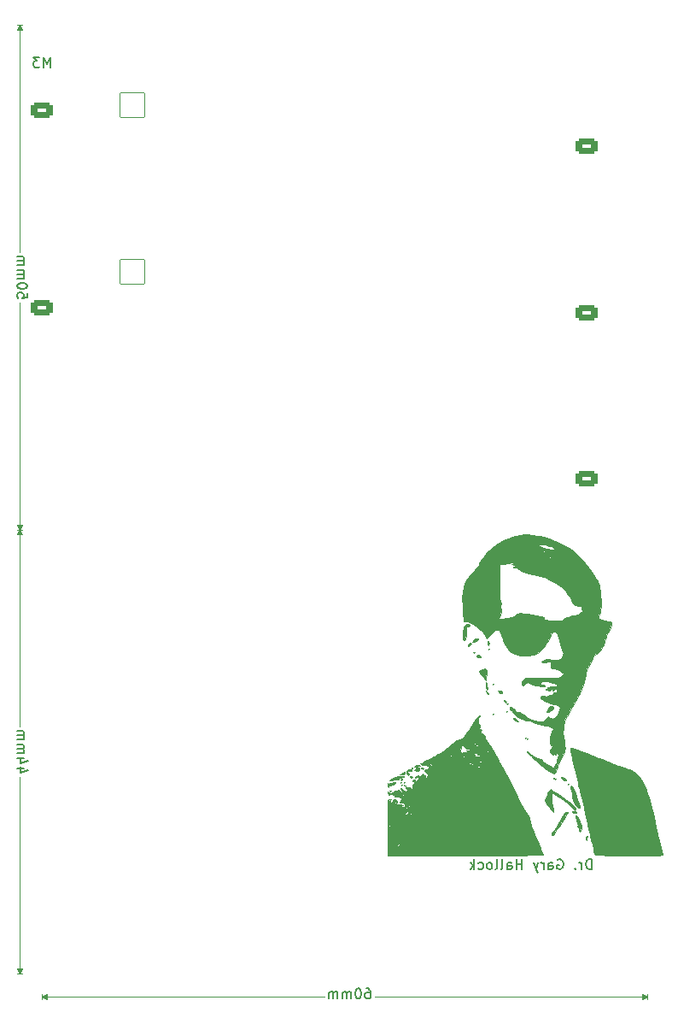
<source format=gbo>
G04 #@! TF.GenerationSoftware,KiCad,Pcbnew,(6.0.7)*
G04 #@! TF.CreationDate,2023-02-11T16:50:08-06:00*
G04 #@! TF.ProjectId,ContactorDriver,436f6e74-6163-4746-9f72-447269766572,rev?*
G04 #@! TF.SameCoordinates,Original*
G04 #@! TF.FileFunction,Legend,Bot*
G04 #@! TF.FilePolarity,Positive*
%FSLAX46Y46*%
G04 Gerber Fmt 4.6, Leading zero omitted, Abs format (unit mm)*
G04 Created by KiCad (PCBNEW (6.0.7)) date 2023-02-11 16:50:08*
%MOMM*%
%LPD*%
G01*
G04 APERTURE LIST*
G04 Aperture macros list*
%AMRoundRect*
0 Rectangle with rounded corners*
0 $1 Rounding radius*
0 $2 $3 $4 $5 $6 $7 $8 $9 X,Y pos of 4 corners*
0 Add a 4 corners polygon primitive as box body*
4,1,4,$2,$3,$4,$5,$6,$7,$8,$9,$2,$3,0*
0 Add four circle primitives for the rounded corners*
1,1,$1+$1,$2,$3*
1,1,$1+$1,$4,$5*
1,1,$1+$1,$6,$7*
1,1,$1+$1,$8,$9*
0 Add four rect primitives between the rounded corners*
20,1,$1+$1,$2,$3,$4,$5,0*
20,1,$1+$1,$4,$5,$6,$7,0*
20,1,$1+$1,$6,$7,$8,$9,0*
20,1,$1+$1,$8,$9,$2,$3,0*%
G04 Aperture macros list end*
%ADD10C,0.120000*%
%ADD11C,0.100000*%
%ADD12C,0.150000*%
%ADD13C,0.010000*%
%ADD14RoundRect,0.051000X-1.200000X1.200000X-1.200000X-1.200000X1.200000X-1.200000X1.200000X1.200000X0*%
%ADD15O,2.502000X2.502000*%
%ADD16C,3.102000*%
%ADD17C,1.372000*%
%ADD18RoundRect,0.301001X-0.759999X0.499999X-0.759999X-0.499999X0.759999X-0.499999X0.759999X0.499999X0*%
%ADD19O,2.122000X1.602000*%
%ADD20C,2.902000*%
%ADD21C,3.302400*%
%ADD22C,1.630064*%
%ADD23C,4.602880*%
%ADD24C,3.302000*%
G04 APERTURE END LIST*
D10*
X167000000Y-167250000D02*
X195000000Y-167250000D01*
X226500000Y-167250000D02*
X200000000Y-167250000D01*
X167000000Y-167000000D02*
X167000000Y-167500000D01*
D11*
G36*
X167500000Y-167500000D02*
G01*
X167000000Y-167250000D01*
X167500000Y-167000000D01*
X167500000Y-167500000D01*
G37*
X167500000Y-167500000D02*
X167000000Y-167250000D01*
X167500000Y-167000000D01*
X167500000Y-167500000D01*
G36*
X165000000Y-121500000D02*
G01*
X164500000Y-121500000D01*
X164750000Y-121000000D01*
X165000000Y-121500000D01*
G37*
X165000000Y-121500000D02*
X164500000Y-121500000D01*
X164750000Y-121000000D01*
X165000000Y-121500000D01*
G36*
X164750000Y-121000000D02*
G01*
X164500000Y-120500000D01*
X165000000Y-120500000D01*
X164750000Y-121000000D01*
G37*
X164750000Y-121000000D02*
X164500000Y-120500000D01*
X165000000Y-120500000D01*
X164750000Y-121000000D01*
D10*
X164500000Y-71000000D02*
X165000000Y-71000000D01*
X164750000Y-93500000D02*
X164750000Y-71500000D01*
X165000000Y-121000000D02*
X164500000Y-121000000D01*
X164750000Y-164500000D02*
X164750000Y-145500000D01*
D11*
G36*
X165000000Y-71500000D02*
G01*
X164500000Y-71500000D01*
X164750000Y-71000000D01*
X165000000Y-71500000D01*
G37*
X165000000Y-71500000D02*
X164500000Y-71500000D01*
X164750000Y-71000000D01*
X165000000Y-71500000D01*
D10*
X164750000Y-120500000D02*
X164750000Y-98500000D01*
D11*
G36*
X164750000Y-165000000D02*
G01*
X164500000Y-164500000D01*
X165000000Y-164500000D01*
X164750000Y-165000000D01*
G37*
X164750000Y-165000000D02*
X164500000Y-164500000D01*
X165000000Y-164500000D01*
X164750000Y-165000000D01*
D10*
X165000000Y-165000000D02*
X164500000Y-165000000D01*
D11*
G36*
X227000000Y-167250000D02*
G01*
X226500000Y-167500000D01*
X226500000Y-167000000D01*
X227000000Y-167250000D01*
G37*
X227000000Y-167250000D02*
X226500000Y-167500000D01*
X226500000Y-167000000D01*
X227000000Y-167250000D01*
D10*
X227000000Y-167500000D02*
X227000000Y-167000000D01*
X164750000Y-140500000D02*
X164750000Y-121500000D01*
D12*
X199119047Y-166452380D02*
X199309523Y-166452380D01*
X199404761Y-166500000D01*
X199452380Y-166547619D01*
X199547619Y-166690476D01*
X199595238Y-166880952D01*
X199595238Y-167261904D01*
X199547619Y-167357142D01*
X199500000Y-167404761D01*
X199404761Y-167452380D01*
X199214285Y-167452380D01*
X199119047Y-167404761D01*
X199071428Y-167357142D01*
X199023809Y-167261904D01*
X199023809Y-167023809D01*
X199071428Y-166928571D01*
X199119047Y-166880952D01*
X199214285Y-166833333D01*
X199404761Y-166833333D01*
X199500000Y-166880952D01*
X199547619Y-166928571D01*
X199595238Y-167023809D01*
X198404761Y-166452380D02*
X198309523Y-166452380D01*
X198214285Y-166500000D01*
X198166666Y-166547619D01*
X198119047Y-166642857D01*
X198071428Y-166833333D01*
X198071428Y-167071428D01*
X198119047Y-167261904D01*
X198166666Y-167357142D01*
X198214285Y-167404761D01*
X198309523Y-167452380D01*
X198404761Y-167452380D01*
X198500000Y-167404761D01*
X198547619Y-167357142D01*
X198595238Y-167261904D01*
X198642857Y-167071428D01*
X198642857Y-166833333D01*
X198595238Y-166642857D01*
X198547619Y-166547619D01*
X198500000Y-166500000D01*
X198404761Y-166452380D01*
X197642857Y-167452380D02*
X197642857Y-166785714D01*
X197642857Y-166880952D02*
X197595238Y-166833333D01*
X197500000Y-166785714D01*
X197357142Y-166785714D01*
X197261904Y-166833333D01*
X197214285Y-166928571D01*
X197214285Y-167452380D01*
X197214285Y-166928571D02*
X197166666Y-166833333D01*
X197071428Y-166785714D01*
X196928571Y-166785714D01*
X196833333Y-166833333D01*
X196785714Y-166928571D01*
X196785714Y-167452380D01*
X196309523Y-167452380D02*
X196309523Y-166785714D01*
X196309523Y-166880952D02*
X196261904Y-166833333D01*
X196166666Y-166785714D01*
X196023809Y-166785714D01*
X195928571Y-166833333D01*
X195880952Y-166928571D01*
X195880952Y-167452380D01*
X195880952Y-166928571D02*
X195833333Y-166833333D01*
X195738095Y-166785714D01*
X195595238Y-166785714D01*
X195500000Y-166833333D01*
X195452380Y-166928571D01*
X195452380Y-167452380D01*
X221500000Y-154652380D02*
X221500000Y-153652380D01*
X221261904Y-153652380D01*
X221119047Y-153700000D01*
X221023809Y-153795238D01*
X220976190Y-153890476D01*
X220928571Y-154080952D01*
X220928571Y-154223809D01*
X220976190Y-154414285D01*
X221023809Y-154509523D01*
X221119047Y-154604761D01*
X221261904Y-154652380D01*
X221500000Y-154652380D01*
X220500000Y-154652380D02*
X220500000Y-153985714D01*
X220500000Y-154176190D02*
X220452380Y-154080952D01*
X220404761Y-154033333D01*
X220309523Y-153985714D01*
X220214285Y-153985714D01*
X219880952Y-154557142D02*
X219833333Y-154604761D01*
X219880952Y-154652380D01*
X219928571Y-154604761D01*
X219880952Y-154557142D01*
X219880952Y-154652380D01*
X218119047Y-153700000D02*
X218214285Y-153652380D01*
X218357142Y-153652380D01*
X218500000Y-153700000D01*
X218595238Y-153795238D01*
X218642857Y-153890476D01*
X218690476Y-154080952D01*
X218690476Y-154223809D01*
X218642857Y-154414285D01*
X218595238Y-154509523D01*
X218500000Y-154604761D01*
X218357142Y-154652380D01*
X218261904Y-154652380D01*
X218119047Y-154604761D01*
X218071428Y-154557142D01*
X218071428Y-154223809D01*
X218261904Y-154223809D01*
X217214285Y-154652380D02*
X217214285Y-154128571D01*
X217261904Y-154033333D01*
X217357142Y-153985714D01*
X217547619Y-153985714D01*
X217642857Y-154033333D01*
X217214285Y-154604761D02*
X217309523Y-154652380D01*
X217547619Y-154652380D01*
X217642857Y-154604761D01*
X217690476Y-154509523D01*
X217690476Y-154414285D01*
X217642857Y-154319047D01*
X217547619Y-154271428D01*
X217309523Y-154271428D01*
X217214285Y-154223809D01*
X216738095Y-154652380D02*
X216738095Y-153985714D01*
X216738095Y-154176190D02*
X216690476Y-154080952D01*
X216642857Y-154033333D01*
X216547619Y-153985714D01*
X216452380Y-153985714D01*
X216214285Y-153985714D02*
X215976190Y-154652380D01*
X215738095Y-153985714D02*
X215976190Y-154652380D01*
X216071428Y-154890476D01*
X216119047Y-154938095D01*
X216214285Y-154985714D01*
X214595238Y-154652380D02*
X214595238Y-153652380D01*
X214595238Y-154128571D02*
X214023809Y-154128571D01*
X214023809Y-154652380D02*
X214023809Y-153652380D01*
X213119047Y-154652380D02*
X213119047Y-154128571D01*
X213166666Y-154033333D01*
X213261904Y-153985714D01*
X213452380Y-153985714D01*
X213547619Y-154033333D01*
X213119047Y-154604761D02*
X213214285Y-154652380D01*
X213452380Y-154652380D01*
X213547619Y-154604761D01*
X213595238Y-154509523D01*
X213595238Y-154414285D01*
X213547619Y-154319047D01*
X213452380Y-154271428D01*
X213214285Y-154271428D01*
X213119047Y-154223809D01*
X212500000Y-154652380D02*
X212595238Y-154604761D01*
X212642857Y-154509523D01*
X212642857Y-153652380D01*
X211976190Y-154652380D02*
X212071428Y-154604761D01*
X212119047Y-154509523D01*
X212119047Y-153652380D01*
X211452380Y-154652380D02*
X211547619Y-154604761D01*
X211595238Y-154557142D01*
X211642857Y-154461904D01*
X211642857Y-154176190D01*
X211595238Y-154080952D01*
X211547619Y-154033333D01*
X211452380Y-153985714D01*
X211309523Y-153985714D01*
X211214285Y-154033333D01*
X211166666Y-154080952D01*
X211119047Y-154176190D01*
X211119047Y-154461904D01*
X211166666Y-154557142D01*
X211214285Y-154604761D01*
X211309523Y-154652380D01*
X211452380Y-154652380D01*
X210261904Y-154604761D02*
X210357142Y-154652380D01*
X210547619Y-154652380D01*
X210642857Y-154604761D01*
X210690476Y-154557142D01*
X210738095Y-154461904D01*
X210738095Y-154176190D01*
X210690476Y-154080952D01*
X210642857Y-154033333D01*
X210547619Y-153985714D01*
X210357142Y-153985714D01*
X210261904Y-154033333D01*
X209833333Y-154652380D02*
X209833333Y-153652380D01*
X209738095Y-154271428D02*
X209452380Y-154652380D01*
X209452380Y-153985714D02*
X209833333Y-154366666D01*
X165214285Y-144619047D02*
X164547619Y-144619047D01*
X165595238Y-144857142D02*
X164880952Y-145095238D01*
X164880952Y-144476190D01*
X165214285Y-143666666D02*
X164547619Y-143666666D01*
X165595238Y-143904761D02*
X164880952Y-144142857D01*
X164880952Y-143523809D01*
X164547619Y-143142857D02*
X165214285Y-143142857D01*
X165119047Y-143142857D02*
X165166666Y-143095238D01*
X165214285Y-143000000D01*
X165214285Y-142857142D01*
X165166666Y-142761904D01*
X165071428Y-142714285D01*
X164547619Y-142714285D01*
X165071428Y-142714285D02*
X165166666Y-142666666D01*
X165214285Y-142571428D01*
X165214285Y-142428571D01*
X165166666Y-142333333D01*
X165071428Y-142285714D01*
X164547619Y-142285714D01*
X164547619Y-141809523D02*
X165214285Y-141809523D01*
X165119047Y-141809523D02*
X165166666Y-141761904D01*
X165214285Y-141666666D01*
X165214285Y-141523809D01*
X165166666Y-141428571D01*
X165071428Y-141380952D01*
X164547619Y-141380952D01*
X165071428Y-141380952D02*
X165166666Y-141333333D01*
X165214285Y-141238095D01*
X165214285Y-141095238D01*
X165166666Y-141000000D01*
X165071428Y-140952380D01*
X164547619Y-140952380D01*
X167809523Y-75202380D02*
X167809523Y-74202380D01*
X167476190Y-74916666D01*
X167142857Y-74202380D01*
X167142857Y-75202380D01*
X166761904Y-74202380D02*
X166142857Y-74202380D01*
X166476190Y-74583333D01*
X166333333Y-74583333D01*
X166238095Y-74630952D01*
X166190476Y-74678571D01*
X166142857Y-74773809D01*
X166142857Y-75011904D01*
X166190476Y-75107142D01*
X166238095Y-75154761D01*
X166333333Y-75202380D01*
X166619047Y-75202380D01*
X166714285Y-75154761D01*
X166761904Y-75107142D01*
X165547619Y-97571428D02*
X165547619Y-98047619D01*
X165071428Y-98095238D01*
X165119047Y-98047619D01*
X165166666Y-97952380D01*
X165166666Y-97714285D01*
X165119047Y-97619047D01*
X165071428Y-97571428D01*
X164976190Y-97523809D01*
X164738095Y-97523809D01*
X164642857Y-97571428D01*
X164595238Y-97619047D01*
X164547619Y-97714285D01*
X164547619Y-97952380D01*
X164595238Y-98047619D01*
X164642857Y-98095238D01*
X165547619Y-96904761D02*
X165547619Y-96809523D01*
X165500000Y-96714285D01*
X165452380Y-96666666D01*
X165357142Y-96619047D01*
X165166666Y-96571428D01*
X164928571Y-96571428D01*
X164738095Y-96619047D01*
X164642857Y-96666666D01*
X164595238Y-96714285D01*
X164547619Y-96809523D01*
X164547619Y-96904761D01*
X164595238Y-97000000D01*
X164642857Y-97047619D01*
X164738095Y-97095238D01*
X164928571Y-97142857D01*
X165166666Y-97142857D01*
X165357142Y-97095238D01*
X165452380Y-97047619D01*
X165500000Y-97000000D01*
X165547619Y-96904761D01*
X164547619Y-96142857D02*
X165214285Y-96142857D01*
X165119047Y-96142857D02*
X165166666Y-96095238D01*
X165214285Y-96000000D01*
X165214285Y-95857142D01*
X165166666Y-95761904D01*
X165071428Y-95714285D01*
X164547619Y-95714285D01*
X165071428Y-95714285D02*
X165166666Y-95666666D01*
X165214285Y-95571428D01*
X165214285Y-95428571D01*
X165166666Y-95333333D01*
X165071428Y-95285714D01*
X164547619Y-95285714D01*
X164547619Y-94809523D02*
X165214285Y-94809523D01*
X165119047Y-94809523D02*
X165166666Y-94761904D01*
X165214285Y-94666666D01*
X165214285Y-94523809D01*
X165166666Y-94428571D01*
X165071428Y-94380952D01*
X164547619Y-94380952D01*
X165071428Y-94380952D02*
X165166666Y-94333333D01*
X165214285Y-94238095D01*
X165214285Y-94095238D01*
X165166666Y-94000000D01*
X165071428Y-93952380D01*
X164547619Y-93952380D01*
G36*
X202961334Y-145085948D02*
G01*
X202938969Y-145151993D01*
X202813167Y-145238971D01*
X202581509Y-145287249D01*
X202468202Y-145279637D01*
X202508521Y-145214517D01*
X202707334Y-145098357D01*
X202825350Y-145043378D01*
X202933856Y-145021023D01*
X202961334Y-145085948D01*
G37*
D13*
X202961334Y-145085948D02*
X202938969Y-145151993D01*
X202813167Y-145238971D01*
X202581509Y-145287249D01*
X202468202Y-145279637D01*
X202508521Y-145214517D01*
X202707334Y-145098357D01*
X202825350Y-145043378D01*
X202933856Y-145021023D01*
X202961334Y-145085948D01*
G36*
X211766667Y-139243667D02*
G01*
X211724334Y-139286000D01*
X211682000Y-139243667D01*
X211724334Y-139201334D01*
X211766667Y-139243667D01*
G37*
X211766667Y-139243667D02*
X211724334Y-139286000D01*
X211682000Y-139243667D01*
X211724334Y-139201334D01*
X211766667Y-139243667D01*
G36*
X209875778Y-133133556D02*
G01*
X209889024Y-133159022D01*
X209819334Y-133190000D01*
X209774512Y-133183890D01*
X209762889Y-133133556D01*
X209775299Y-133123423D01*
X209875778Y-133133556D01*
G37*
X209875778Y-133133556D02*
X209889024Y-133159022D01*
X209819334Y-133190000D01*
X209774512Y-133183890D01*
X209762889Y-133133556D01*
X209775299Y-133123423D01*
X209875778Y-133133556D01*
G36*
X219560211Y-146470021D02*
G01*
X219676244Y-146638935D01*
X219751661Y-146806091D01*
X219862332Y-147085939D01*
X219986451Y-147422646D01*
X220109048Y-147773278D01*
X220215152Y-148094903D01*
X220289793Y-148344586D01*
X220318000Y-148479394D01*
X220312709Y-148513222D01*
X220242807Y-148533527D01*
X220065841Y-148460561D01*
X219868993Y-148308630D01*
X219731791Y-148022551D01*
X219684113Y-147835474D01*
X219603567Y-147502251D01*
X219523598Y-147155286D01*
X219454159Y-146839126D01*
X219405199Y-146598319D01*
X219386667Y-146477413D01*
X219391077Y-146437339D01*
X219453093Y-146396094D01*
X219560211Y-146470021D01*
G37*
X219560211Y-146470021D02*
X219676244Y-146638935D01*
X219751661Y-146806091D01*
X219862332Y-147085939D01*
X219986451Y-147422646D01*
X220109048Y-147773278D01*
X220215152Y-148094903D01*
X220289793Y-148344586D01*
X220318000Y-148479394D01*
X220312709Y-148513222D01*
X220242807Y-148533527D01*
X220065841Y-148460561D01*
X219868993Y-148308630D01*
X219731791Y-148022551D01*
X219684113Y-147835474D01*
X219603567Y-147502251D01*
X219523598Y-147155286D01*
X219454159Y-146839126D01*
X219405199Y-146598319D01*
X219386667Y-146477413D01*
X219391077Y-146437339D01*
X219453093Y-146396094D01*
X219560211Y-146470021D01*
G36*
X202832068Y-145393635D02*
G01*
X202924812Y-145428154D01*
X202849544Y-145480884D01*
X202605797Y-145547119D01*
X202592353Y-145550152D01*
X202407623Y-145624167D01*
X202351280Y-145717977D01*
X202351971Y-145721196D01*
X202313175Y-145792101D01*
X202139614Y-145783711D01*
X201944708Y-145771677D01*
X201733667Y-145808754D01*
X201712552Y-145817312D01*
X201503804Y-145886062D01*
X201437783Y-145874138D01*
X201514476Y-145791247D01*
X201733871Y-145647099D01*
X201788610Y-145616891D01*
X202010374Y-145532186D01*
X202171093Y-145526124D01*
X202254661Y-145544655D01*
X202250560Y-145481055D01*
X202243246Y-145439841D01*
X202340316Y-145395716D01*
X202589448Y-145382000D01*
X202832068Y-145393635D01*
G37*
X202832068Y-145393635D02*
X202924812Y-145428154D01*
X202849544Y-145480884D01*
X202605797Y-145547119D01*
X202592353Y-145550152D01*
X202407623Y-145624167D01*
X202351280Y-145717977D01*
X202351971Y-145721196D01*
X202313175Y-145792101D01*
X202139614Y-145783711D01*
X201944708Y-145771677D01*
X201733667Y-145808754D01*
X201712552Y-145817312D01*
X201503804Y-145886062D01*
X201437783Y-145874138D01*
X201514476Y-145791247D01*
X201733871Y-145647099D01*
X201788610Y-145616891D01*
X202010374Y-145532186D01*
X202171093Y-145526124D01*
X202254661Y-145544655D01*
X202250560Y-145481055D01*
X202243246Y-145439841D01*
X202340316Y-145395716D01*
X202589448Y-145382000D01*
X202832068Y-145393635D01*
G36*
X201324197Y-146159298D02*
G01*
X201333024Y-146313334D01*
X201332205Y-146370778D01*
X201318845Y-146487851D01*
X201294304Y-146461500D01*
X201281137Y-146379901D01*
X201294304Y-146165167D01*
X201302220Y-146141144D01*
X201324197Y-146159298D01*
G37*
X201324197Y-146159298D02*
X201333024Y-146313334D01*
X201332205Y-146370778D01*
X201318845Y-146487851D01*
X201294304Y-146461500D01*
X201281137Y-146379901D01*
X201294304Y-146165167D01*
X201302220Y-146141144D01*
X201324197Y-146159298D01*
G36*
X202961334Y-146017000D02*
G01*
X202919000Y-146059334D01*
X202876667Y-146017000D01*
X202919000Y-145974667D01*
X202961334Y-146017000D01*
G37*
X202961334Y-146017000D02*
X202919000Y-146059334D01*
X202876667Y-146017000D01*
X202919000Y-145974667D01*
X202961334Y-146017000D01*
G36*
X217671798Y-138550845D02*
G01*
X217728309Y-138640066D01*
X217686042Y-138740283D01*
X217523270Y-138892623D01*
X217485322Y-138924290D01*
X217289473Y-139069771D01*
X217165806Y-139110823D01*
X217074676Y-139062453D01*
X217065130Y-139045682D01*
X217087574Y-138919597D01*
X217179834Y-138743793D01*
X217305639Y-138577815D01*
X217428719Y-138481211D01*
X217516880Y-138474248D01*
X217671798Y-138550845D01*
G37*
X217671798Y-138550845D02*
X217728309Y-138640066D01*
X217686042Y-138740283D01*
X217523270Y-138892623D01*
X217485322Y-138924290D01*
X217289473Y-139069771D01*
X217165806Y-139110823D01*
X217074676Y-139062453D01*
X217065130Y-139045682D01*
X217087574Y-138919597D01*
X217179834Y-138743793D01*
X217305639Y-138577815D01*
X217428719Y-138481211D01*
X217516880Y-138474248D01*
X217671798Y-138550845D01*
G36*
X202707334Y-146271000D02*
G01*
X202665000Y-146313334D01*
X202622667Y-146271000D01*
X202665000Y-146228667D01*
X202707334Y-146271000D01*
G37*
X202707334Y-146271000D02*
X202665000Y-146313334D01*
X202622667Y-146271000D01*
X202665000Y-146228667D01*
X202707334Y-146271000D01*
G36*
X202043895Y-146006949D02*
G01*
X202064804Y-146090433D01*
X201962362Y-146195845D01*
X201749936Y-146293847D01*
X201727142Y-146301179D01*
X201544825Y-146360364D01*
X201458500Y-146389357D01*
X201446540Y-146365811D01*
X201437334Y-146236593D01*
X201437355Y-146231884D01*
X201477274Y-146119025D01*
X201619907Y-146122930D01*
X201739137Y-146136720D01*
X201741910Y-146072670D01*
X201745501Y-146003452D01*
X201895346Y-145974667D01*
X202043895Y-146006949D01*
G37*
X202043895Y-146006949D02*
X202064804Y-146090433D01*
X201962362Y-146195845D01*
X201749936Y-146293847D01*
X201727142Y-146301179D01*
X201544825Y-146360364D01*
X201458500Y-146389357D01*
X201446540Y-146365811D01*
X201437334Y-146236593D01*
X201437355Y-146231884D01*
X201477274Y-146119025D01*
X201619907Y-146122930D01*
X201739137Y-146136720D01*
X201741910Y-146072670D01*
X201745501Y-146003452D01*
X201895346Y-145974667D01*
X202043895Y-146006949D01*
G36*
X203655164Y-145399424D02*
G01*
X203723334Y-145516056D01*
X203674463Y-145608566D01*
X203573009Y-145594350D01*
X203488737Y-145482542D01*
X203490532Y-145431229D01*
X203589278Y-145382000D01*
X203655164Y-145399424D01*
G37*
X203655164Y-145399424D02*
X203723334Y-145516056D01*
X203674463Y-145608566D01*
X203573009Y-145594350D01*
X203488737Y-145482542D01*
X203490532Y-145431229D01*
X203589278Y-145382000D01*
X203655164Y-145399424D01*
G36*
X209543482Y-132271114D02*
G01*
X209438804Y-132427481D01*
X209424246Y-132443516D01*
X209294579Y-132571498D01*
X209238670Y-132568897D01*
X209226667Y-132437059D01*
X209248365Y-132343044D01*
X209365785Y-132223399D01*
X209515046Y-132197652D01*
X209543482Y-132271114D01*
G37*
X209543482Y-132271114D02*
X209438804Y-132427481D01*
X209424246Y-132443516D01*
X209294579Y-132571498D01*
X209238670Y-132568897D01*
X209226667Y-132437059D01*
X209248365Y-132343044D01*
X209365785Y-132223399D01*
X209515046Y-132197652D01*
X209543482Y-132271114D01*
G36*
X213121334Y-138989667D02*
G01*
X213079000Y-139032000D01*
X213036667Y-138989667D01*
X213079000Y-138947334D01*
X213121334Y-138989667D01*
G37*
X213121334Y-138989667D02*
X213079000Y-139032000D01*
X213036667Y-138989667D01*
X213079000Y-138947334D01*
X213121334Y-138989667D01*
G36*
X217461734Y-146732234D02*
G01*
X217643510Y-146837475D01*
X217910463Y-147006757D01*
X218230129Y-147218152D01*
X218570045Y-147449731D01*
X218897749Y-147679564D01*
X219180777Y-147885723D01*
X219386667Y-148046279D01*
X219513795Y-148156959D01*
X219744378Y-148390117D01*
X219888946Y-148585105D01*
X219932449Y-148718947D01*
X219859839Y-148768667D01*
X219746126Y-148723175D01*
X219605512Y-148583888D01*
X219511373Y-148482313D01*
X219301280Y-148296558D01*
X219017599Y-148065785D01*
X218694251Y-147815595D01*
X218365156Y-147571587D01*
X218064235Y-147359362D01*
X217825410Y-147204520D01*
X217682600Y-147132661D01*
X217649513Y-147125444D01*
X217547163Y-147155163D01*
X217511233Y-147316093D01*
X217508204Y-147379157D01*
X217532441Y-147903643D01*
X217655256Y-148461615D01*
X217693509Y-148610672D01*
X217729929Y-148835908D01*
X217720518Y-148962513D01*
X217689256Y-148981549D01*
X217578454Y-148921361D01*
X217423037Y-148749522D01*
X217244879Y-148492309D01*
X217065852Y-148176000D01*
X216871259Y-147795000D01*
X217101672Y-147244667D01*
X217111088Y-147222334D01*
X217233988Y-146957657D01*
X217339924Y-146773633D01*
X217406876Y-146708916D01*
X217461734Y-146732234D01*
G37*
X217461734Y-146732234D02*
X217643510Y-146837475D01*
X217910463Y-147006757D01*
X218230129Y-147218152D01*
X218570045Y-147449731D01*
X218897749Y-147679564D01*
X219180777Y-147885723D01*
X219386667Y-148046279D01*
X219513795Y-148156959D01*
X219744378Y-148390117D01*
X219888946Y-148585105D01*
X219932449Y-148718947D01*
X219859839Y-148768667D01*
X219746126Y-148723175D01*
X219605512Y-148583888D01*
X219511373Y-148482313D01*
X219301280Y-148296558D01*
X219017599Y-148065785D01*
X218694251Y-147815595D01*
X218365156Y-147571587D01*
X218064235Y-147359362D01*
X217825410Y-147204520D01*
X217682600Y-147132661D01*
X217649513Y-147125444D01*
X217547163Y-147155163D01*
X217511233Y-147316093D01*
X217508204Y-147379157D01*
X217532441Y-147903643D01*
X217655256Y-148461615D01*
X217693509Y-148610672D01*
X217729929Y-148835908D01*
X217720518Y-148962513D01*
X217689256Y-148981549D01*
X217578454Y-148921361D01*
X217423037Y-148749522D01*
X217244879Y-148492309D01*
X217065852Y-148176000D01*
X216871259Y-147795000D01*
X217101672Y-147244667D01*
X217111088Y-147222334D01*
X217233988Y-146957657D01*
X217339924Y-146773633D01*
X217406876Y-146708916D01*
X217461734Y-146732234D01*
G36*
X204755085Y-144545696D02*
G01*
X204824000Y-144620000D01*
X204821720Y-144640088D01*
X204744331Y-144704667D01*
X204720577Y-144701437D01*
X204612334Y-144620000D01*
X204604369Y-144576379D01*
X204692004Y-144535334D01*
X204755085Y-144545696D01*
G37*
X204755085Y-144545696D02*
X204824000Y-144620000D01*
X204821720Y-144640088D01*
X204744331Y-144704667D01*
X204720577Y-144701437D01*
X204612334Y-144620000D01*
X204604369Y-144576379D01*
X204692004Y-144535334D01*
X204755085Y-144545696D01*
G36*
X201578445Y-147696222D02*
G01*
X201591691Y-147721689D01*
X201522000Y-147752667D01*
X201477178Y-147746557D01*
X201465556Y-147696222D01*
X201477965Y-147686089D01*
X201578445Y-147696222D01*
G37*
X201578445Y-147696222D02*
X201591691Y-147721689D01*
X201522000Y-147752667D01*
X201477178Y-147746557D01*
X201465556Y-147696222D01*
X201477965Y-147686089D01*
X201578445Y-147696222D01*
G36*
X204428033Y-144360282D02*
G01*
X204430967Y-144363250D01*
X204474937Y-144427775D01*
X204379500Y-144404291D01*
X204294041Y-144387450D01*
X204231334Y-144441608D01*
X204199518Y-144496133D01*
X204062000Y-144535334D01*
X203963594Y-144519765D01*
X203892667Y-144452280D01*
X203950619Y-144372376D01*
X204108533Y-144316318D01*
X204292601Y-144308003D01*
X204428033Y-144360282D01*
G37*
X204428033Y-144360282D02*
X204430967Y-144363250D01*
X204474937Y-144427775D01*
X204379500Y-144404291D01*
X204294041Y-144387450D01*
X204231334Y-144441608D01*
X204199518Y-144496133D01*
X204062000Y-144535334D01*
X203963594Y-144519765D01*
X203892667Y-144452280D01*
X203950619Y-144372376D01*
X204108533Y-144316318D01*
X204292601Y-144308003D01*
X204428033Y-144360282D01*
G36*
X203758954Y-144541981D02*
G01*
X203765667Y-144620000D01*
X203748290Y-144645338D01*
X203676004Y-144704667D01*
X203667554Y-144702466D01*
X203638667Y-144620000D01*
X203642113Y-144596794D01*
X203728331Y-144535334D01*
X203758954Y-144541981D01*
G37*
X203758954Y-144541981D02*
X203765667Y-144620000D01*
X203748290Y-144645338D01*
X203676004Y-144704667D01*
X203667554Y-144702466D01*
X203638667Y-144620000D01*
X203642113Y-144596794D01*
X203728331Y-144535334D01*
X203758954Y-144541981D01*
G36*
X211053260Y-134821552D02*
G01*
X211091220Y-135018878D01*
X211070560Y-135352084D01*
X211037185Y-135573701D01*
X210991427Y-135645334D01*
X210964622Y-135688582D01*
X210972649Y-135835834D01*
X210992625Y-135942999D01*
X210987563Y-135971516D01*
X210927792Y-135843064D01*
X210856280Y-135720128D01*
X210729794Y-135589064D01*
X210654314Y-135528496D01*
X210505289Y-135355009D01*
X210379981Y-135158142D01*
X210327334Y-135008503D01*
X210332296Y-134990331D01*
X210436082Y-134899518D01*
X210632079Y-134807153D01*
X210656512Y-134798530D01*
X210911399Y-134749505D01*
X211053260Y-134821552D01*
G37*
X211053260Y-134821552D02*
X211091220Y-135018878D01*
X211070560Y-135352084D01*
X211037185Y-135573701D01*
X210991427Y-135645334D01*
X210964622Y-135688582D01*
X210972649Y-135835834D01*
X210992625Y-135942999D01*
X210987563Y-135971516D01*
X210927792Y-135843064D01*
X210856280Y-135720128D01*
X210729794Y-135589064D01*
X210654314Y-135528496D01*
X210505289Y-135355009D01*
X210379981Y-135158142D01*
X210327334Y-135008503D01*
X210332296Y-134990331D01*
X210436082Y-134899518D01*
X210632079Y-134807153D01*
X210656512Y-134798530D01*
X210911399Y-134749505D01*
X211053260Y-134821552D01*
G36*
X217792841Y-145554494D02*
G01*
X217905000Y-145636000D01*
X217918564Y-145668501D01*
X217872661Y-145720667D01*
X217847826Y-145717506D01*
X217735667Y-145636000D01*
X217722104Y-145603499D01*
X217768007Y-145551334D01*
X217792841Y-145554494D01*
G37*
X217792841Y-145554494D02*
X217905000Y-145636000D01*
X217918564Y-145668501D01*
X217872661Y-145720667D01*
X217847826Y-145717506D01*
X217735667Y-145636000D01*
X217722104Y-145603499D01*
X217768007Y-145551334D01*
X217792841Y-145554494D01*
G36*
X210366079Y-133441022D02*
G01*
X210438671Y-133513891D01*
X210496667Y-133623700D01*
X210480506Y-133660466D01*
X210368620Y-133695855D01*
X210218342Y-133676436D01*
X210111108Y-133605956D01*
X210093087Y-133567972D01*
X210112954Y-133448070D01*
X210224267Y-133392611D01*
X210366079Y-133441022D01*
G37*
X210366079Y-133441022D02*
X210438671Y-133513891D01*
X210496667Y-133623700D01*
X210480506Y-133660466D01*
X210368620Y-133695855D01*
X210218342Y-133676436D01*
X210111108Y-133605956D01*
X210093087Y-133567972D01*
X210112954Y-133448070D01*
X210224267Y-133392611D01*
X210366079Y-133441022D01*
G36*
X210829616Y-141684889D02*
G01*
X210877667Y-141706566D01*
X210882769Y-141707876D01*
X211045724Y-141798761D01*
X211084667Y-141923128D01*
X210983500Y-142031550D01*
X210959954Y-142056251D01*
X211062839Y-142047925D01*
X211069798Y-142046743D01*
X211159196Y-142054769D01*
X211253787Y-142122904D01*
X211286361Y-142164667D01*
X211371504Y-142273832D01*
X211390777Y-142304956D01*
X211434976Y-142376334D01*
X211487403Y-142461000D01*
X211530278Y-142530242D01*
X211539013Y-142545667D01*
X211682837Y-142799667D01*
X211748040Y-142914820D01*
X211789996Y-142990748D01*
X211945671Y-143272475D01*
X211957209Y-143293556D01*
X212027082Y-143421230D01*
X212094760Y-143544896D01*
X212117900Y-143587180D01*
X212187886Y-143716889D01*
X212244540Y-143821890D01*
X212289982Y-143909574D01*
X212307132Y-143942667D01*
X212368589Y-144059261D01*
X212374341Y-144069667D01*
X212433109Y-144175996D01*
X212467931Y-144239000D01*
X212496438Y-144290579D01*
X212512480Y-144319122D01*
X212575033Y-144430425D01*
X212614167Y-144500056D01*
X212671275Y-144601671D01*
X212802009Y-144831667D01*
X212874198Y-144958667D01*
X212946315Y-145085667D01*
X212978101Y-145141644D01*
X213088063Y-145339667D01*
X213141036Y-145435063D01*
X213301185Y-145734112D01*
X213327466Y-145785091D01*
X213356088Y-145840611D01*
X213470954Y-146063427D01*
X213595704Y-146313334D01*
X213659100Y-146440334D01*
X213662747Y-146447640D01*
X213888969Y-146911384D01*
X214069568Y-147287000D01*
X214137516Y-147428320D01*
X214162023Y-147479293D01*
X214265487Y-147696222D01*
X214453934Y-148091334D01*
X214494314Y-148176000D01*
X214614941Y-148411693D01*
X214646948Y-148474232D01*
X214733945Y-148623603D01*
X214809192Y-148752800D01*
X214917806Y-148907371D01*
X214939328Y-148938000D01*
X215057454Y-149083420D01*
X215086191Y-149118798D01*
X215135853Y-149192000D01*
X215254442Y-149366804D01*
X215264996Y-149389556D01*
X215328133Y-149525670D01*
X215341910Y-149555373D01*
X215341516Y-149558889D01*
X215331043Y-149652491D01*
X215323674Y-149667512D01*
X215336598Y-149761097D01*
X215392950Y-149946527D01*
X215408371Y-149989278D01*
X215496774Y-150234363D01*
X215522712Y-150301286D01*
X215617815Y-150546667D01*
X215652115Y-150635167D01*
X215667601Y-150673667D01*
X215863017Y-151159499D01*
X216098223Y-151732000D01*
X216133523Y-151817923D01*
X216157962Y-151876655D01*
X216296789Y-152210299D01*
X216397220Y-152451667D01*
X216467678Y-152621000D01*
X216555793Y-152846187D01*
X216630956Y-153064451D01*
X216650419Y-153129000D01*
X216688079Y-153253903D01*
X213571206Y-153276118D01*
X213070505Y-153279203D01*
X212135877Y-153283086D01*
X211108496Y-153285439D01*
X210036056Y-153286240D01*
X208966253Y-153285468D01*
X207946781Y-153283101D01*
X207025334Y-153279116D01*
X206937684Y-153278626D01*
X206134941Y-153274270D01*
X205340521Y-153270176D01*
X204581258Y-153266466D01*
X203883987Y-153263265D01*
X203275543Y-153260696D01*
X202782760Y-153258883D01*
X202432472Y-153257949D01*
X201268611Y-153256000D01*
X201268950Y-153129000D01*
X202961334Y-153129000D01*
X203003667Y-153171334D01*
X203046000Y-153129000D01*
X203003667Y-153086667D01*
X202961334Y-153129000D01*
X201268950Y-153129000D01*
X201270838Y-152421259D01*
X202224486Y-152421259D01*
X202229457Y-152490780D01*
X202235676Y-152487692D01*
X202270955Y-152451667D01*
X202453334Y-152451667D01*
X202495667Y-152494000D01*
X202538000Y-152451667D01*
X202495667Y-152409334D01*
X202453334Y-152451667D01*
X202270955Y-152451667D01*
X202312316Y-152409431D01*
X202407009Y-152289228D01*
X202453334Y-152210299D01*
X202445159Y-152193001D01*
X202347500Y-152132859D01*
X202275065Y-152148063D01*
X202229457Y-152293134D01*
X202224486Y-152421259D01*
X201270838Y-152421259D01*
X201272351Y-151854003D01*
X202284000Y-151854003D01*
X202285657Y-151896751D01*
X202325651Y-151982258D01*
X202407385Y-151907184D01*
X202418890Y-151876655D01*
X202370048Y-151775187D01*
X202325657Y-151766801D01*
X202284000Y-151854003D01*
X201272351Y-151854003D01*
X201272794Y-151687965D01*
X202048090Y-151687965D01*
X202058223Y-151788445D01*
X202083689Y-151801690D01*
X202114667Y-151732000D01*
X202108557Y-151687178D01*
X202058223Y-151675556D01*
X202048090Y-151687965D01*
X201272794Y-151687965D01*
X201275500Y-150673667D01*
X201606667Y-150673667D01*
X201649000Y-150716000D01*
X201691334Y-150673667D01*
X201649000Y-150631334D01*
X201606667Y-150673667D01*
X201275500Y-150673667D01*
X201276121Y-150440834D01*
X201276763Y-150279629D01*
X201365892Y-150279629D01*
X201368851Y-150434207D01*
X201381871Y-150495198D01*
X201411036Y-150540494D01*
X201428636Y-150502632D01*
X203656756Y-150502632D01*
X203666889Y-150603111D01*
X203692356Y-150616357D01*
X203723334Y-150546667D01*
X203717224Y-150501845D01*
X203666889Y-150490222D01*
X203656756Y-150502632D01*
X201428636Y-150502632D01*
X201462995Y-150428715D01*
X201491950Y-150301286D01*
X201465383Y-150207173D01*
X201387516Y-150229596D01*
X201365892Y-150279629D01*
X201276763Y-150279629D01*
X201277927Y-149987086D01*
X201365970Y-149987086D01*
X201386181Y-150100403D01*
X201415083Y-150099092D01*
X201430650Y-149989278D01*
X201417092Y-149906055D01*
X201379497Y-149938125D01*
X201365970Y-149987086D01*
X201277927Y-149987086D01*
X201278070Y-149951134D01*
X201280766Y-149577997D01*
X203130667Y-149577997D01*
X203132868Y-149586447D01*
X203215334Y-149615334D01*
X203238540Y-149611888D01*
X203258167Y-149584355D01*
X203738310Y-149584355D01*
X203808000Y-149615334D01*
X203852823Y-149609223D01*
X203864445Y-149558889D01*
X203852036Y-149548756D01*
X203751556Y-149558889D01*
X203738310Y-149584355D01*
X203258167Y-149584355D01*
X203300000Y-149525670D01*
X203293353Y-149495046D01*
X203215334Y-149488334D01*
X203189996Y-149505711D01*
X203130667Y-149577997D01*
X201280766Y-149577997D01*
X201281944Y-149415022D01*
X202806977Y-149415022D01*
X202876667Y-149446000D01*
X202921489Y-149439890D01*
X202933112Y-149389556D01*
X202920702Y-149379423D01*
X202820223Y-149389556D01*
X202806977Y-149415022D01*
X201281944Y-149415022D01*
X201282565Y-149329133D01*
X201284822Y-149133189D01*
X202570788Y-149133189D01*
X202596671Y-149180313D01*
X202596718Y-149180284D01*
X202980786Y-149180284D01*
X203000690Y-149269066D01*
X203103452Y-149228068D01*
X203130342Y-149201875D01*
X203384667Y-149201875D01*
X203386122Y-149217688D01*
X203456885Y-149274847D01*
X203576653Y-149251330D01*
X203665608Y-149159250D01*
X203665689Y-149147965D01*
X203995423Y-149147965D01*
X204005556Y-149248445D01*
X204031022Y-149261690D01*
X204062000Y-149192000D01*
X204055890Y-149147178D01*
X204005556Y-149135556D01*
X203995423Y-149147965D01*
X203665689Y-149147965D01*
X203666149Y-149083420D01*
X203547666Y-149084458D01*
X203454915Y-149122092D01*
X203384667Y-149201875D01*
X203130342Y-149201875D01*
X203272427Y-149063470D01*
X203294834Y-149037012D01*
X203376454Y-148907371D01*
X203357094Y-148856026D01*
X203250846Y-148886017D01*
X203079385Y-149012832D01*
X202982500Y-149171140D01*
X202980786Y-149180284D01*
X202596718Y-149180284D01*
X202719848Y-149103940D01*
X202931637Y-148908540D01*
X202990073Y-148851103D01*
X203120190Y-148731330D01*
X203554000Y-148731330D01*
X203554825Y-148743166D01*
X203603835Y-148761812D01*
X203689085Y-148670918D01*
X203709686Y-148623603D01*
X203651749Y-148633582D01*
X203614137Y-148659718D01*
X203554000Y-148731330D01*
X203120190Y-148731330D01*
X203202124Y-148655910D01*
X203374502Y-148514667D01*
X203400215Y-148496087D01*
X203494420Y-148411693D01*
X203470982Y-148339315D01*
X203319532Y-148224148D01*
X203088334Y-148060628D01*
X203238963Y-148233535D01*
X203240071Y-148234808D01*
X203317647Y-148337865D01*
X203318312Y-148422161D01*
X203222258Y-148527425D01*
X203009675Y-148693388D01*
X202968212Y-148726334D01*
X202854746Y-148816495D01*
X202674428Y-148979265D01*
X202586536Y-149086167D01*
X202570788Y-149133189D01*
X201284822Y-149133189D01*
X201288856Y-148783045D01*
X201289829Y-148726334D01*
X202538000Y-148726334D01*
X202580334Y-148768667D01*
X202622667Y-148726334D01*
X202580334Y-148684000D01*
X202538000Y-148726334D01*
X201289829Y-148726334D01*
X201294188Y-148472334D01*
X202284000Y-148472334D01*
X202326334Y-148514667D01*
X202368667Y-148472334D01*
X202326334Y-148430000D01*
X202284000Y-148472334D01*
X201294188Y-148472334D01*
X201296604Y-148331553D01*
X201305470Y-147993343D01*
X201315117Y-147787097D01*
X201325205Y-147731500D01*
X201349071Y-147770986D01*
X201481861Y-147837334D01*
X201547264Y-147868216D01*
X201562882Y-148014204D01*
X201555224Y-148057524D01*
X201563464Y-148141008D01*
X201653528Y-148087576D01*
X201715974Y-148012650D01*
X201755952Y-147850275D01*
X201761768Y-147780900D01*
X201862305Y-147689789D01*
X201960900Y-147690722D01*
X202124318Y-147762247D01*
X202237944Y-147881126D01*
X202245046Y-148001200D01*
X202191682Y-148056242D01*
X202088178Y-148014044D01*
X202033895Y-147967860D01*
X201912883Y-147925767D01*
X201860667Y-147996792D01*
X201903673Y-148057985D01*
X202051167Y-148133569D01*
X202181168Y-148176145D01*
X202305167Y-148217527D01*
X202407274Y-148236428D01*
X202601500Y-148256034D01*
X202707116Y-148265711D01*
X202763163Y-148289750D01*
X202671191Y-148336479D01*
X202606775Y-148362720D01*
X202556479Y-148407717D01*
X202660756Y-148458989D01*
X202733000Y-148472334D01*
X202758238Y-148476996D01*
X202916355Y-148432195D01*
X202973536Y-148399239D01*
X203088531Y-148409568D01*
X203122011Y-148422346D01*
X203087395Y-148344184D01*
X203002714Y-148212244D01*
X202893271Y-148070466D01*
X202834715Y-148023825D01*
X209244078Y-148023825D01*
X209255261Y-148197167D01*
X209284660Y-148211529D01*
X209297965Y-148091334D01*
X209286163Y-147974864D01*
X209255261Y-147985500D01*
X209252168Y-147996097D01*
X209244078Y-148023825D01*
X202834715Y-148023825D01*
X202776775Y-147977675D01*
X202655858Y-148014255D01*
X202589109Y-148051766D01*
X202450824Y-148047449D01*
X202420395Y-147982789D01*
X202528959Y-147868004D01*
X202578120Y-147833570D01*
X202883951Y-147833570D01*
X202950828Y-147944578D01*
X202961979Y-147955517D01*
X203024001Y-147996097D01*
X202998224Y-147897182D01*
X202956000Y-147818168D01*
X202893019Y-147792760D01*
X202883951Y-147833570D01*
X202578120Y-147833570D01*
X202701687Y-147747020D01*
X202676356Y-147721689D01*
X211696977Y-147721689D01*
X211766667Y-147752667D01*
X211811489Y-147746557D01*
X211823112Y-147696222D01*
X211810702Y-147686089D01*
X211710223Y-147696222D01*
X211696977Y-147721689D01*
X202676356Y-147721689D01*
X202527840Y-147573173D01*
X202360666Y-147457205D01*
X202128497Y-147451568D01*
X202116335Y-147454343D01*
X201989110Y-147470380D01*
X202015663Y-147428521D01*
X202040603Y-147408793D01*
X202032370Y-147350923D01*
X201867496Y-147301066D01*
X201857152Y-147298944D01*
X201679893Y-147242507D01*
X201606667Y-147180372D01*
X201608319Y-147174619D01*
X202629988Y-147174619D01*
X202638837Y-147241155D01*
X202757504Y-147354453D01*
X202766614Y-147361174D01*
X202904445Y-147439959D01*
X202961334Y-147428320D01*
X202961331Y-147427684D01*
X202897185Y-147305087D01*
X202873889Y-147287000D01*
X203892667Y-147287000D01*
X203935000Y-147329334D01*
X203977334Y-147287000D01*
X203935000Y-147244667D01*
X203892667Y-147287000D01*
X202873889Y-147287000D01*
X202760749Y-147199157D01*
X202633350Y-147173162D01*
X202629988Y-147174619D01*
X201608319Y-147174619D01*
X201613948Y-147155012D01*
X201719264Y-147051692D01*
X201750309Y-147033000D01*
X202284000Y-147033000D01*
X202326334Y-147075334D01*
X202368667Y-147033000D01*
X202326334Y-146990667D01*
X202284000Y-147033000D01*
X201750309Y-147033000D01*
X201897229Y-146944539D01*
X202079944Y-146869813D01*
X202199508Y-146863774D01*
X202234663Y-146875976D01*
X202284000Y-146811572D01*
X202286454Y-146797923D01*
X202357093Y-146801269D01*
X202495333Y-146905687D01*
X202519726Y-146927886D01*
X202669635Y-147033000D01*
X202671401Y-147034239D01*
X202763778Y-147047111D01*
X202768986Y-147039252D01*
X202740167Y-146934349D01*
X202622354Y-146778666D01*
X202593299Y-146746496D01*
X202507109Y-146618999D01*
X202524071Y-146567334D01*
X202624854Y-146608627D01*
X202769312Y-146736667D01*
X202897913Y-146845489D01*
X203064817Y-146906000D01*
X203151382Y-146890552D01*
X203213248Y-146803556D01*
X203129286Y-146693480D01*
X203102567Y-146670223D01*
X203091950Y-146561483D01*
X203101336Y-146548359D01*
X203239057Y-146485808D01*
X203410838Y-146509528D01*
X203523196Y-146609181D01*
X203548355Y-146657595D01*
X203630059Y-146694265D01*
X203694100Y-146618563D01*
X203694949Y-146467932D01*
X203693435Y-146440334D01*
X204231334Y-146440334D01*
X204273667Y-146482667D01*
X204316000Y-146440334D01*
X204273667Y-146398000D01*
X204231334Y-146440334D01*
X203693435Y-146440334D01*
X203689389Y-146366601D01*
X203729568Y-146313334D01*
X203977334Y-146313334D01*
X203980779Y-146336540D01*
X204066997Y-146398000D01*
X204097621Y-146391352D01*
X204104334Y-146313334D01*
X204086956Y-146287996D01*
X204014670Y-146228667D01*
X204006221Y-146230868D01*
X203977334Y-146313334D01*
X203729568Y-146313334D01*
X203772239Y-146256763D01*
X203861377Y-146186377D01*
X203883627Y-146051962D01*
X203786834Y-145949972D01*
X203727233Y-145897779D01*
X203797417Y-145794750D01*
X203894798Y-145724951D01*
X203952639Y-145784167D01*
X203978151Y-145826405D01*
X204111389Y-145890000D01*
X204163670Y-145879407D01*
X204232630Y-145784167D01*
X204249783Y-145735114D01*
X204325284Y-145805334D01*
X204342274Y-145828653D01*
X204391149Y-145877708D01*
X204381440Y-145838419D01*
X209239970Y-145838419D01*
X209260181Y-145951736D01*
X209289083Y-145950425D01*
X209304650Y-145840611D01*
X209291092Y-145757388D01*
X209253497Y-145789459D01*
X209239970Y-145838419D01*
X204381440Y-145838419D01*
X204366321Y-145777242D01*
X204359692Y-145754181D01*
X210604264Y-145754181D01*
X210605575Y-145783083D01*
X210715389Y-145798649D01*
X210798612Y-145785091D01*
X210766542Y-145747497D01*
X210717581Y-145733969D01*
X210604264Y-145754181D01*
X204359692Y-145754181D01*
X204339875Y-145685246D01*
X204316000Y-145552335D01*
X204275394Y-145519195D01*
X204133296Y-145530298D01*
X204020978Y-145556281D01*
X204004059Y-145530407D01*
X204112129Y-145414115D01*
X204134390Y-145391987D01*
X204249665Y-145310540D01*
X204301973Y-145363243D01*
X204318417Y-145399880D01*
X204425670Y-145450347D01*
X204551659Y-145412712D01*
X204612334Y-145303230D01*
X204621100Y-145253105D01*
X204718167Y-145149167D01*
X204775091Y-145152809D01*
X204824000Y-145257003D01*
X204842576Y-145335059D01*
X204946689Y-145353037D01*
X205018540Y-145342736D01*
X205022297Y-145428645D01*
X205014916Y-145498772D01*
X205111275Y-145551334D01*
X205201030Y-145512661D01*
X205247334Y-145339667D01*
X211766667Y-145339667D01*
X211809000Y-145382000D01*
X211851334Y-145339667D01*
X211809000Y-145297334D01*
X211766667Y-145339667D01*
X205247334Y-145339667D01*
X205225418Y-145200434D01*
X205159094Y-145128000D01*
X205101083Y-145114460D01*
X205055933Y-145085667D01*
X209650000Y-145085667D01*
X209692334Y-145128000D01*
X209734667Y-145085667D01*
X211766667Y-145085667D01*
X211809000Y-145128000D01*
X211851334Y-145085667D01*
X211809000Y-145043334D01*
X211766667Y-145085667D01*
X209734667Y-145085667D01*
X209692334Y-145043334D01*
X209650000Y-145085667D01*
X205055933Y-145085667D01*
X204960137Y-145024576D01*
X204892540Y-144925816D01*
X204946844Y-144831667D01*
X211682000Y-144831667D01*
X211724334Y-144874000D01*
X211766667Y-144831667D01*
X211724334Y-144789334D01*
X211682000Y-144831667D01*
X204946844Y-144831667D01*
X204957663Y-144812909D01*
X205025981Y-144760998D01*
X205198953Y-144704667D01*
X205276392Y-144675360D01*
X205332000Y-144535334D01*
X205305206Y-144466542D01*
X210177403Y-144466542D01*
X210261097Y-144577989D01*
X210362647Y-144592774D01*
X210412000Y-144500056D01*
X210394577Y-144434170D01*
X210350374Y-144408334D01*
X211089334Y-144408334D01*
X211131667Y-144450667D01*
X211174000Y-144408334D01*
X211165180Y-144399514D01*
X211450931Y-144399514D01*
X211451332Y-144408334D01*
X211452242Y-144428416D01*
X211562056Y-144443983D01*
X211645279Y-144430425D01*
X211613209Y-144392830D01*
X211564248Y-144379303D01*
X211450931Y-144399514D01*
X211165180Y-144399514D01*
X211131667Y-144366000D01*
X211089334Y-144408334D01*
X210350374Y-144408334D01*
X210277945Y-144366000D01*
X210214252Y-144380175D01*
X210202237Y-144408334D01*
X210177403Y-144466542D01*
X205305206Y-144466542D01*
X205283263Y-144410205D01*
X205277891Y-144408334D01*
X205755334Y-144408334D01*
X205797667Y-144450667D01*
X205840000Y-144408334D01*
X205797667Y-144366000D01*
X205755334Y-144408334D01*
X205277891Y-144408334D01*
X205118455Y-144352808D01*
X204815795Y-144359377D01*
X204725246Y-144345474D01*
X204572595Y-144242126D01*
X204537334Y-144194443D01*
X205332000Y-144194443D01*
X205369887Y-144247119D01*
X205501334Y-144346351D01*
X205558949Y-144380607D01*
X205650299Y-144401579D01*
X205670667Y-144300194D01*
X205660280Y-144264400D01*
X208888000Y-144264400D01*
X208889909Y-144300194D01*
X208893541Y-144368312D01*
X208915453Y-144408334D01*
X208935811Y-144445521D01*
X208971650Y-144408334D01*
X209480667Y-144408334D01*
X209523000Y-144450667D01*
X209565334Y-144408334D01*
X209523000Y-144366000D01*
X209480667Y-144408334D01*
X208971650Y-144408334D01*
X209019560Y-144358623D01*
X209035139Y-144304881D01*
X208982223Y-144172356D01*
X208980258Y-144170405D01*
X208978272Y-144169604D01*
X209335239Y-144169604D01*
X209424176Y-144236225D01*
X209495440Y-144258913D01*
X209641193Y-144304881D01*
X209692334Y-144321010D01*
X209723879Y-144329648D01*
X209812563Y-144319122D01*
X209781646Y-144239965D01*
X209780453Y-144239000D01*
X211428000Y-144239000D01*
X211470334Y-144281334D01*
X211512667Y-144239000D01*
X211470334Y-144196667D01*
X211428000Y-144239000D01*
X209780453Y-144239000D01*
X209640018Y-144125415D01*
X209503943Y-144064456D01*
X209371861Y-144102273D01*
X209335239Y-144169604D01*
X208978272Y-144169604D01*
X208908743Y-144141567D01*
X208888000Y-144264400D01*
X205660280Y-144264400D01*
X205644126Y-144208734D01*
X205501334Y-144148286D01*
X205403190Y-144156887D01*
X205332000Y-144194443D01*
X204537334Y-144194443D01*
X204530059Y-144184605D01*
X204539463Y-144125477D01*
X204691630Y-144112000D01*
X204835279Y-144090220D01*
X204841066Y-144081022D01*
X206362977Y-144081022D01*
X206432667Y-144112000D01*
X206477489Y-144105890D01*
X206489112Y-144055556D01*
X206476702Y-144045423D01*
X206376223Y-144055556D01*
X206362977Y-144081022D01*
X204841066Y-144081022D01*
X204864856Y-144043209D01*
X209923403Y-144043209D01*
X209929070Y-144055556D01*
X209937389Y-144073686D01*
X210057516Y-144177283D01*
X210108963Y-144175996D01*
X210106666Y-144076742D01*
X210093427Y-144047637D01*
X210034182Y-143985000D01*
X210327334Y-143985000D01*
X210330173Y-144021365D01*
X210400966Y-144109487D01*
X210492465Y-144069667D01*
X211004667Y-144069667D01*
X211047000Y-144112000D01*
X211089334Y-144069667D01*
X211047000Y-144027334D01*
X211004667Y-144069667D01*
X210492465Y-144069667D01*
X210524889Y-144055556D01*
X210549923Y-144026668D01*
X210570943Y-143909574D01*
X210454334Y-143858000D01*
X210395107Y-143872752D01*
X210327334Y-143985000D01*
X210034182Y-143985000D01*
X210008534Y-143957883D01*
X209931272Y-143952640D01*
X209928460Y-143985000D01*
X209923403Y-144043209D01*
X204864856Y-144043209D01*
X204870551Y-144034157D01*
X204867939Y-144013825D01*
X204897203Y-143986288D01*
X205366369Y-143986288D01*
X205454004Y-144027334D01*
X205517085Y-144016971D01*
X205546737Y-143985000D01*
X208803334Y-143985000D01*
X208845667Y-144027334D01*
X208888000Y-143985000D01*
X208845667Y-143942667D01*
X208803334Y-143985000D01*
X205546737Y-143985000D01*
X205586000Y-143942667D01*
X205583720Y-143922579D01*
X205506331Y-143858000D01*
X205482577Y-143861230D01*
X205374334Y-143942667D01*
X205366369Y-143986288D01*
X204897203Y-143986288D01*
X204952319Y-143934424D01*
X205140721Y-143851941D01*
X205292371Y-143791412D01*
X205556739Y-143657689D01*
X209241644Y-143657689D01*
X209311334Y-143688667D01*
X209356156Y-143682557D01*
X209364520Y-143646334D01*
X209650000Y-143646334D01*
X209692334Y-143688667D01*
X209946334Y-143688667D01*
X209963636Y-143711548D01*
X210083327Y-143773334D01*
X210111797Y-143766810D01*
X210115667Y-143688667D01*
X210098365Y-143665786D01*
X209978674Y-143604000D01*
X209950204Y-143610523D01*
X209948430Y-143646334D01*
X209946334Y-143688667D01*
X209692334Y-143688667D01*
X209734667Y-143646334D01*
X209692334Y-143604000D01*
X209650000Y-143646334D01*
X209364520Y-143646334D01*
X209367778Y-143632222D01*
X209355369Y-143622089D01*
X209254889Y-143632222D01*
X209241644Y-143657689D01*
X205556739Y-143657689D01*
X205588019Y-143641867D01*
X205720303Y-143561667D01*
X206094000Y-143561667D01*
X206136334Y-143604000D01*
X206178667Y-143561667D01*
X206136334Y-143519334D01*
X206094000Y-143561667D01*
X205720303Y-143561667D01*
X205881204Y-143464118D01*
X205904988Y-143448778D01*
X208676334Y-143448778D01*
X208686148Y-143492046D01*
X208763680Y-143561667D01*
X208790253Y-143585529D01*
X208853986Y-143586120D01*
X208856627Y-143573022D01*
X210680977Y-143573022D01*
X210750667Y-143604000D01*
X210795489Y-143597890D01*
X210805917Y-143552733D01*
X210951603Y-143552733D01*
X211004667Y-143646334D01*
X211046349Y-143688667D01*
X211099398Y-143742545D01*
X211160811Y-143770086D01*
X211151588Y-143742355D01*
X211442977Y-143742355D01*
X211512667Y-143773334D01*
X211557489Y-143767223D01*
X211569112Y-143716889D01*
X211556702Y-143706756D01*
X211456223Y-143716889D01*
X211442977Y-143742355D01*
X211151588Y-143742355D01*
X211136136Y-143695898D01*
X211125945Y-143658824D01*
X211194640Y-143575582D01*
X211213477Y-143544896D01*
X211100134Y-143526018D01*
X211034386Y-143525355D01*
X210967256Y-143547556D01*
X210951603Y-143552733D01*
X210805917Y-143552733D01*
X210807112Y-143547556D01*
X210794702Y-143537423D01*
X210694223Y-143547556D01*
X210680977Y-143573022D01*
X208856627Y-143573022D01*
X208874920Y-143482279D01*
X208822807Y-143390632D01*
X209075423Y-143390632D01*
X209084666Y-143482279D01*
X209085556Y-143491111D01*
X209111022Y-143504357D01*
X209142000Y-143434667D01*
X209135890Y-143389845D01*
X209085556Y-143378222D01*
X209075423Y-143390632D01*
X208822807Y-143390632D01*
X208811854Y-143371370D01*
X208721853Y-143353504D01*
X208706023Y-143386636D01*
X208676334Y-143448778D01*
X205904988Y-143448778D01*
X206052407Y-143353698D01*
X207404049Y-143353698D01*
X207410292Y-143403408D01*
X207528337Y-143434667D01*
X207644420Y-143426754D01*
X207693694Y-143386636D01*
X207593027Y-143328834D01*
X209312630Y-143328834D01*
X209328481Y-143434667D01*
X209330421Y-143447625D01*
X209396000Y-143519334D01*
X209424354Y-143516714D01*
X209474783Y-143440541D01*
X209396000Y-143265334D01*
X209375800Y-143235535D01*
X209325998Y-143205119D01*
X209324065Y-143223000D01*
X209312630Y-143328834D01*
X207593027Y-143328834D01*
X207578379Y-143320423D01*
X207514191Y-143307573D01*
X207404049Y-143353698D01*
X206052407Y-143353698D01*
X206075507Y-143338799D01*
X206272227Y-143224674D01*
X206276216Y-143223000D01*
X207025334Y-143223000D01*
X207067667Y-143265334D01*
X207110000Y-143223000D01*
X207067667Y-143180667D01*
X207025334Y-143223000D01*
X206276216Y-143223000D01*
X206377083Y-143180667D01*
X206382886Y-143179815D01*
X206493694Y-143119403D01*
X206693197Y-142983333D01*
X206770292Y-142926667D01*
X207152334Y-142926667D01*
X207169636Y-142949548D01*
X207289327Y-143011334D01*
X207317797Y-143004810D01*
X207320943Y-142941283D01*
X208505267Y-142941283D01*
X208537328Y-143105136D01*
X208623146Y-143163975D01*
X208724608Y-143086388D01*
X208797348Y-143015623D01*
X208901408Y-143075541D01*
X208905445Y-143079533D01*
X209027544Y-143164419D01*
X209109701Y-143171705D01*
X209105610Y-143140841D01*
X209758130Y-143140841D01*
X209856683Y-143225693D01*
X209940966Y-143309518D01*
X209920183Y-143350000D01*
X209885827Y-143354728D01*
X209819334Y-143428648D01*
X209821969Y-143438993D01*
X209825458Y-143440541D01*
X209919886Y-143482446D01*
X210115288Y-143492148D01*
X210153354Y-143489660D01*
X210336788Y-143458804D01*
X210411621Y-143411887D01*
X210473800Y-143382623D01*
X210636295Y-143403068D01*
X210678021Y-143412975D01*
X210802547Y-143421230D01*
X210795933Y-143354745D01*
X210734252Y-143319022D01*
X211104310Y-143319022D01*
X211174000Y-143350000D01*
X211218823Y-143343890D01*
X211230445Y-143293556D01*
X211218036Y-143283423D01*
X211117556Y-143293556D01*
X211104310Y-143319022D01*
X210734252Y-143319022D01*
X210689140Y-143292895D01*
X210433290Y-143306029D01*
X210270997Y-143330411D01*
X210178529Y-143312635D01*
X210186329Y-143228965D01*
X210198922Y-143179651D01*
X210167378Y-143138334D01*
X210412000Y-143138334D01*
X210454334Y-143180667D01*
X210481434Y-143153567D01*
X210539000Y-143153567D01*
X210835334Y-143163897D01*
X210997727Y-143150673D01*
X211185565Y-143085539D01*
X211295138Y-142990748D01*
X211281800Y-142893355D01*
X211259206Y-142873454D01*
X211142509Y-142851251D01*
X211133532Y-142870222D01*
X211093472Y-142954889D01*
X211089334Y-142963636D01*
X211016880Y-143059973D01*
X210814167Y-143119419D01*
X210661748Y-143138334D01*
X210539000Y-143153567D01*
X210481434Y-143153567D01*
X210496667Y-143138334D01*
X210454334Y-143096000D01*
X210412000Y-143138334D01*
X210167378Y-143138334D01*
X210149185Y-143114504D01*
X209964843Y-143098693D01*
X209788307Y-143106482D01*
X209758130Y-143140841D01*
X209105610Y-143140841D01*
X209099667Y-143096000D01*
X209097321Y-143046709D01*
X209200504Y-143005383D01*
X209255268Y-143002388D01*
X209296553Y-142982586D01*
X209259214Y-142963980D01*
X209727108Y-142963980D01*
X209772083Y-142983167D01*
X209946334Y-142989982D01*
X210038674Y-142987786D01*
X210092573Y-142980355D01*
X210426977Y-142980355D01*
X210496667Y-143011334D01*
X210541489Y-143005223D01*
X210553112Y-142954889D01*
X210540702Y-142944756D01*
X210440223Y-142954889D01*
X210430409Y-142973756D01*
X210426977Y-142980355D01*
X210092573Y-142980355D01*
X210140438Y-142973756D01*
X210093513Y-142951452D01*
X209958168Y-142937390D01*
X209754847Y-142953161D01*
X209727108Y-142963980D01*
X209259214Y-142963980D01*
X209184334Y-142926667D01*
X209125445Y-142895689D01*
X210680977Y-142895689D01*
X210750667Y-142926667D01*
X210795489Y-142920557D01*
X210807112Y-142870222D01*
X210794702Y-142860089D01*
X210694223Y-142870222D01*
X210680977Y-142895689D01*
X209125445Y-142895689D01*
X209105102Y-142884988D01*
X209131803Y-142856168D01*
X209311334Y-142842000D01*
X209458833Y-142832252D01*
X209520170Y-142808204D01*
X209488678Y-142790847D01*
X210180931Y-142790847D01*
X210181719Y-142808204D01*
X210182242Y-142819749D01*
X210292056Y-142835316D01*
X210375279Y-142821758D01*
X210356435Y-142799667D01*
X211343334Y-142799667D01*
X211385667Y-142842000D01*
X211428000Y-142799667D01*
X211385667Y-142757334D01*
X211343334Y-142799667D01*
X210356435Y-142799667D01*
X210343209Y-142784163D01*
X210294248Y-142770636D01*
X210180931Y-142790847D01*
X209488678Y-142790847D01*
X209438334Y-142763099D01*
X209324367Y-142731283D01*
X209173361Y-142731864D01*
X209167461Y-142733589D01*
X209050520Y-142689844D01*
X208920740Y-142563971D01*
X209438334Y-142563971D01*
X209777000Y-142568930D01*
X210014321Y-142545667D01*
X210327334Y-142545667D01*
X210369667Y-142588000D01*
X210412000Y-142545667D01*
X210369667Y-142503334D01*
X210327334Y-142545667D01*
X210014321Y-142545667D01*
X210028858Y-142544242D01*
X210179566Y-142461000D01*
X211004667Y-142461000D01*
X211047000Y-142503334D01*
X211089334Y-142461000D01*
X211047000Y-142418667D01*
X211004667Y-142461000D01*
X210179566Y-142461000D01*
X210257480Y-142417965D01*
X210284777Y-142387658D01*
X210292660Y-142376334D01*
X210750667Y-142376334D01*
X210793000Y-142418667D01*
X210835334Y-142376334D01*
X210793000Y-142334000D01*
X210750667Y-142376334D01*
X210292660Y-142376334D01*
X210342347Y-142304956D01*
X210285549Y-142284647D01*
X210088146Y-142310005D01*
X209949763Y-142333282D01*
X209774161Y-142376575D01*
X209760063Y-142409856D01*
X209911056Y-142430681D01*
X209967644Y-142437774D01*
X209951722Y-142463816D01*
X209777000Y-142503334D01*
X209438334Y-142563971D01*
X208920740Y-142563971D01*
X208907175Y-142550814D01*
X208865455Y-142500116D01*
X208700279Y-142357854D01*
X208587513Y-142365712D01*
X208558117Y-142461000D01*
X208538528Y-142524500D01*
X208531382Y-142630334D01*
X208529642Y-142656117D01*
X208507655Y-142907586D01*
X208506302Y-142926667D01*
X208505267Y-142941283D01*
X207320943Y-142941283D01*
X207321667Y-142926667D01*
X207304365Y-142903786D01*
X207184674Y-142842000D01*
X207156204Y-142848523D01*
X207152334Y-142926667D01*
X206770292Y-142926667D01*
X206943557Y-142799314D01*
X207161445Y-142630334D01*
X207448667Y-142630334D01*
X207491000Y-142672667D01*
X207533334Y-142630334D01*
X207491000Y-142588000D01*
X207448667Y-142630334D01*
X207161445Y-142630334D01*
X207206936Y-142595054D01*
X207369442Y-142461000D01*
X207702667Y-142461000D01*
X207745000Y-142503334D01*
X207787334Y-142461000D01*
X207745000Y-142418667D01*
X207702667Y-142461000D01*
X207369442Y-142461000D01*
X207445495Y-142398262D01*
X207746761Y-142164667D01*
X209734667Y-142164667D01*
X209768726Y-142214790D01*
X209908997Y-142249334D01*
X210005077Y-142231307D01*
X210031000Y-142164667D01*
X210000819Y-142131600D01*
X209856670Y-142080000D01*
X209802882Y-142088728D01*
X209734667Y-142164667D01*
X207746761Y-142164667D01*
X207814328Y-142112277D01*
X208164003Y-141899040D01*
X208448110Y-141787303D01*
X208489864Y-141775515D01*
X208622714Y-141699000D01*
X209734667Y-141699000D01*
X209777000Y-141741334D01*
X209807979Y-141710355D01*
X210088310Y-141710355D01*
X210158000Y-141741334D01*
X210202823Y-141735223D01*
X210214445Y-141684889D01*
X210202036Y-141674756D01*
X210101556Y-141684889D01*
X210094216Y-141699000D01*
X210088310Y-141710355D01*
X209807979Y-141710355D01*
X209819334Y-141699000D01*
X209777000Y-141656667D01*
X209734667Y-141699000D01*
X208622714Y-141699000D01*
X208662801Y-141675912D01*
X208726048Y-141614334D01*
X209396000Y-141614334D01*
X209438334Y-141656667D01*
X209480667Y-141614334D01*
X209438334Y-141572000D01*
X209396000Y-141614334D01*
X208726048Y-141614334D01*
X208813010Y-141529667D01*
X209650000Y-141529667D01*
X209692334Y-141572000D01*
X209734667Y-141529667D01*
X209692334Y-141487334D01*
X209650000Y-141529667D01*
X208813010Y-141529667D01*
X208864494Y-141479541D01*
X209106189Y-141172486D01*
X209399133Y-140740830D01*
X209754573Y-140170657D01*
X209911413Y-139926011D01*
X210100142Y-139666847D01*
X210259939Y-139483783D01*
X210370621Y-139399371D01*
X210412000Y-139436164D01*
X210386532Y-139515567D01*
X210279602Y-139660303D01*
X210212856Y-139757473D01*
X210213989Y-139899184D01*
X210243865Y-139973590D01*
X210254831Y-140163088D01*
X210255407Y-140246138D01*
X210310818Y-140269874D01*
X210368186Y-140272295D01*
X210435720Y-140383560D01*
X210443398Y-140484603D01*
X210386283Y-140578684D01*
X210357612Y-140613170D01*
X210364187Y-140750115D01*
X210423831Y-140928272D01*
X210511822Y-141082753D01*
X210603438Y-141148667D01*
X210617714Y-141149997D01*
X210744858Y-141233545D01*
X210863257Y-141394973D01*
X210917308Y-141561200D01*
X210917401Y-141566270D01*
X210893340Y-141633682D01*
X210793000Y-141572000D01*
X210710541Y-141518799D01*
X210698797Y-141529667D01*
X210666000Y-141560020D01*
X210704397Y-141614334D01*
X210718996Y-141634986D01*
X210829616Y-141684889D01*
G37*
X210829616Y-141684889D02*
X210877667Y-141706566D01*
X210882769Y-141707876D01*
X211045724Y-141798761D01*
X211084667Y-141923128D01*
X210983500Y-142031550D01*
X210959954Y-142056251D01*
X211062839Y-142047925D01*
X211069798Y-142046743D01*
X211159196Y-142054769D01*
X211253787Y-142122904D01*
X211286361Y-142164667D01*
X211371504Y-142273832D01*
X211390777Y-142304956D01*
X211434976Y-142376334D01*
X211487403Y-142461000D01*
X211530278Y-142530242D01*
X211539013Y-142545667D01*
X211682837Y-142799667D01*
X211748040Y-142914820D01*
X211789996Y-142990748D01*
X211945671Y-143272475D01*
X211957209Y-143293556D01*
X212027082Y-143421230D01*
X212094760Y-143544896D01*
X212117900Y-143587180D01*
X212187886Y-143716889D01*
X212244540Y-143821890D01*
X212289982Y-143909574D01*
X212307132Y-143942667D01*
X212368589Y-144059261D01*
X212374341Y-144069667D01*
X212433109Y-144175996D01*
X212467931Y-144239000D01*
X212496438Y-144290579D01*
X212512480Y-144319122D01*
X212575033Y-144430425D01*
X212614167Y-144500056D01*
X212671275Y-144601671D01*
X212802009Y-144831667D01*
X212874198Y-144958667D01*
X212946315Y-145085667D01*
X212978101Y-145141644D01*
X213088063Y-145339667D01*
X213141036Y-145435063D01*
X213301185Y-145734112D01*
X213327466Y-145785091D01*
X213356088Y-145840611D01*
X213470954Y-146063427D01*
X213595704Y-146313334D01*
X213659100Y-146440334D01*
X213662747Y-146447640D01*
X213888969Y-146911384D01*
X214069568Y-147287000D01*
X214137516Y-147428320D01*
X214162023Y-147479293D01*
X214265487Y-147696222D01*
X214453934Y-148091334D01*
X214494314Y-148176000D01*
X214614941Y-148411693D01*
X214646948Y-148474232D01*
X214733945Y-148623603D01*
X214809192Y-148752800D01*
X214917806Y-148907371D01*
X214939328Y-148938000D01*
X215057454Y-149083420D01*
X215086191Y-149118798D01*
X215135853Y-149192000D01*
X215254442Y-149366804D01*
X215264996Y-149389556D01*
X215328133Y-149525670D01*
X215341910Y-149555373D01*
X215341516Y-149558889D01*
X215331043Y-149652491D01*
X215323674Y-149667512D01*
X215336598Y-149761097D01*
X215392950Y-149946527D01*
X215408371Y-149989278D01*
X215496774Y-150234363D01*
X215522712Y-150301286D01*
X215617815Y-150546667D01*
X215652115Y-150635167D01*
X215667601Y-150673667D01*
X215863017Y-151159499D01*
X216098223Y-151732000D01*
X216133523Y-151817923D01*
X216157962Y-151876655D01*
X216296789Y-152210299D01*
X216397220Y-152451667D01*
X216467678Y-152621000D01*
X216555793Y-152846187D01*
X216630956Y-153064451D01*
X216650419Y-153129000D01*
X216688079Y-153253903D01*
X213571206Y-153276118D01*
X213070505Y-153279203D01*
X212135877Y-153283086D01*
X211108496Y-153285439D01*
X210036056Y-153286240D01*
X208966253Y-153285468D01*
X207946781Y-153283101D01*
X207025334Y-153279116D01*
X206937684Y-153278626D01*
X206134941Y-153274270D01*
X205340521Y-153270176D01*
X204581258Y-153266466D01*
X203883987Y-153263265D01*
X203275543Y-153260696D01*
X202782760Y-153258883D01*
X202432472Y-153257949D01*
X201268611Y-153256000D01*
X201268950Y-153129000D01*
X202961334Y-153129000D01*
X203003667Y-153171334D01*
X203046000Y-153129000D01*
X203003667Y-153086667D01*
X202961334Y-153129000D01*
X201268950Y-153129000D01*
X201270838Y-152421259D01*
X202224486Y-152421259D01*
X202229457Y-152490780D01*
X202235676Y-152487692D01*
X202270955Y-152451667D01*
X202453334Y-152451667D01*
X202495667Y-152494000D01*
X202538000Y-152451667D01*
X202495667Y-152409334D01*
X202453334Y-152451667D01*
X202270955Y-152451667D01*
X202312316Y-152409431D01*
X202407009Y-152289228D01*
X202453334Y-152210299D01*
X202445159Y-152193001D01*
X202347500Y-152132859D01*
X202275065Y-152148063D01*
X202229457Y-152293134D01*
X202224486Y-152421259D01*
X201270838Y-152421259D01*
X201272351Y-151854003D01*
X202284000Y-151854003D01*
X202285657Y-151896751D01*
X202325651Y-151982258D01*
X202407385Y-151907184D01*
X202418890Y-151876655D01*
X202370048Y-151775187D01*
X202325657Y-151766801D01*
X202284000Y-151854003D01*
X201272351Y-151854003D01*
X201272794Y-151687965D01*
X202048090Y-151687965D01*
X202058223Y-151788445D01*
X202083689Y-151801690D01*
X202114667Y-151732000D01*
X202108557Y-151687178D01*
X202058223Y-151675556D01*
X202048090Y-151687965D01*
X201272794Y-151687965D01*
X201275500Y-150673667D01*
X201606667Y-150673667D01*
X201649000Y-150716000D01*
X201691334Y-150673667D01*
X201649000Y-150631334D01*
X201606667Y-150673667D01*
X201275500Y-150673667D01*
X201276121Y-150440834D01*
X201276763Y-150279629D01*
X201365892Y-150279629D01*
X201368851Y-150434207D01*
X201381871Y-150495198D01*
X201411036Y-150540494D01*
X201428636Y-150502632D01*
X203656756Y-150502632D01*
X203666889Y-150603111D01*
X203692356Y-150616357D01*
X203723334Y-150546667D01*
X203717224Y-150501845D01*
X203666889Y-150490222D01*
X203656756Y-150502632D01*
X201428636Y-150502632D01*
X201462995Y-150428715D01*
X201491950Y-150301286D01*
X201465383Y-150207173D01*
X201387516Y-150229596D01*
X201365892Y-150279629D01*
X201276763Y-150279629D01*
X201277927Y-149987086D01*
X201365970Y-149987086D01*
X201386181Y-150100403D01*
X201415083Y-150099092D01*
X201430650Y-149989278D01*
X201417092Y-149906055D01*
X201379497Y-149938125D01*
X201365970Y-149987086D01*
X201277927Y-149987086D01*
X201278070Y-149951134D01*
X201280766Y-149577997D01*
X203130667Y-149577997D01*
X203132868Y-149586447D01*
X203215334Y-149615334D01*
X203238540Y-149611888D01*
X203258167Y-149584355D01*
X203738310Y-149584355D01*
X203808000Y-149615334D01*
X203852823Y-149609223D01*
X203864445Y-149558889D01*
X203852036Y-149548756D01*
X203751556Y-149558889D01*
X203738310Y-149584355D01*
X203258167Y-149584355D01*
X203300000Y-149525670D01*
X203293353Y-149495046D01*
X203215334Y-149488334D01*
X203189996Y-149505711D01*
X203130667Y-149577997D01*
X201280766Y-149577997D01*
X201281944Y-149415022D01*
X202806977Y-149415022D01*
X202876667Y-149446000D01*
X202921489Y-149439890D01*
X202933112Y-149389556D01*
X202920702Y-149379423D01*
X202820223Y-149389556D01*
X202806977Y-149415022D01*
X201281944Y-149415022D01*
X201282565Y-149329133D01*
X201284822Y-149133189D01*
X202570788Y-149133189D01*
X202596671Y-149180313D01*
X202596718Y-149180284D01*
X202980786Y-149180284D01*
X203000690Y-149269066D01*
X203103452Y-149228068D01*
X203130342Y-149201875D01*
X203384667Y-149201875D01*
X203386122Y-149217688D01*
X203456885Y-149274847D01*
X203576653Y-149251330D01*
X203665608Y-149159250D01*
X203665689Y-149147965D01*
X203995423Y-149147965D01*
X204005556Y-149248445D01*
X204031022Y-149261690D01*
X204062000Y-149192000D01*
X204055890Y-149147178D01*
X204005556Y-149135556D01*
X203995423Y-149147965D01*
X203665689Y-149147965D01*
X203666149Y-149083420D01*
X203547666Y-149084458D01*
X203454915Y-149122092D01*
X203384667Y-149201875D01*
X203130342Y-149201875D01*
X203272427Y-149063470D01*
X203294834Y-149037012D01*
X203376454Y-148907371D01*
X203357094Y-148856026D01*
X203250846Y-148886017D01*
X203079385Y-149012832D01*
X202982500Y-149171140D01*
X202980786Y-149180284D01*
X202596718Y-149180284D01*
X202719848Y-149103940D01*
X202931637Y-148908540D01*
X202990073Y-148851103D01*
X203120190Y-148731330D01*
X203554000Y-148731330D01*
X203554825Y-148743166D01*
X203603835Y-148761812D01*
X203689085Y-148670918D01*
X203709686Y-148623603D01*
X203651749Y-148633582D01*
X203614137Y-148659718D01*
X203554000Y-148731330D01*
X203120190Y-148731330D01*
X203202124Y-148655910D01*
X203374502Y-148514667D01*
X203400215Y-148496087D01*
X203494420Y-148411693D01*
X203470982Y-148339315D01*
X203319532Y-148224148D01*
X203088334Y-148060628D01*
X203238963Y-148233535D01*
X203240071Y-148234808D01*
X203317647Y-148337865D01*
X203318312Y-148422161D01*
X203222258Y-148527425D01*
X203009675Y-148693388D01*
X202968212Y-148726334D01*
X202854746Y-148816495D01*
X202674428Y-148979265D01*
X202586536Y-149086167D01*
X202570788Y-149133189D01*
X201284822Y-149133189D01*
X201288856Y-148783045D01*
X201289829Y-148726334D01*
X202538000Y-148726334D01*
X202580334Y-148768667D01*
X202622667Y-148726334D01*
X202580334Y-148684000D01*
X202538000Y-148726334D01*
X201289829Y-148726334D01*
X201294188Y-148472334D01*
X202284000Y-148472334D01*
X202326334Y-148514667D01*
X202368667Y-148472334D01*
X202326334Y-148430000D01*
X202284000Y-148472334D01*
X201294188Y-148472334D01*
X201296604Y-148331553D01*
X201305470Y-147993343D01*
X201315117Y-147787097D01*
X201325205Y-147731500D01*
X201349071Y-147770986D01*
X201481861Y-147837334D01*
X201547264Y-147868216D01*
X201562882Y-148014204D01*
X201555224Y-148057524D01*
X201563464Y-148141008D01*
X201653528Y-148087576D01*
X201715974Y-148012650D01*
X201755952Y-147850275D01*
X201761768Y-147780900D01*
X201862305Y-147689789D01*
X201960900Y-147690722D01*
X202124318Y-147762247D01*
X202237944Y-147881126D01*
X202245046Y-148001200D01*
X202191682Y-148056242D01*
X202088178Y-148014044D01*
X202033895Y-147967860D01*
X201912883Y-147925767D01*
X201860667Y-147996792D01*
X201903673Y-148057985D01*
X202051167Y-148133569D01*
X202181168Y-148176145D01*
X202305167Y-148217527D01*
X202407274Y-148236428D01*
X202601500Y-148256034D01*
X202707116Y-148265711D01*
X202763163Y-148289750D01*
X202671191Y-148336479D01*
X202606775Y-148362720D01*
X202556479Y-148407717D01*
X202660756Y-148458989D01*
X202733000Y-148472334D01*
X202758238Y-148476996D01*
X202916355Y-148432195D01*
X202973536Y-148399239D01*
X203088531Y-148409568D01*
X203122011Y-148422346D01*
X203087395Y-148344184D01*
X203002714Y-148212244D01*
X202893271Y-148070466D01*
X202834715Y-148023825D01*
X209244078Y-148023825D01*
X209255261Y-148197167D01*
X209284660Y-148211529D01*
X209297965Y-148091334D01*
X209286163Y-147974864D01*
X209255261Y-147985500D01*
X209252168Y-147996097D01*
X209244078Y-148023825D01*
X202834715Y-148023825D01*
X202776775Y-147977675D01*
X202655858Y-148014255D01*
X202589109Y-148051766D01*
X202450824Y-148047449D01*
X202420395Y-147982789D01*
X202528959Y-147868004D01*
X202578120Y-147833570D01*
X202883951Y-147833570D01*
X202950828Y-147944578D01*
X202961979Y-147955517D01*
X203024001Y-147996097D01*
X202998224Y-147897182D01*
X202956000Y-147818168D01*
X202893019Y-147792760D01*
X202883951Y-147833570D01*
X202578120Y-147833570D01*
X202701687Y-147747020D01*
X202676356Y-147721689D01*
X211696977Y-147721689D01*
X211766667Y-147752667D01*
X211811489Y-147746557D01*
X211823112Y-147696222D01*
X211810702Y-147686089D01*
X211710223Y-147696222D01*
X211696977Y-147721689D01*
X202676356Y-147721689D01*
X202527840Y-147573173D01*
X202360666Y-147457205D01*
X202128497Y-147451568D01*
X202116335Y-147454343D01*
X201989110Y-147470380D01*
X202015663Y-147428521D01*
X202040603Y-147408793D01*
X202032370Y-147350923D01*
X201867496Y-147301066D01*
X201857152Y-147298944D01*
X201679893Y-147242507D01*
X201606667Y-147180372D01*
X201608319Y-147174619D01*
X202629988Y-147174619D01*
X202638837Y-147241155D01*
X202757504Y-147354453D01*
X202766614Y-147361174D01*
X202904445Y-147439959D01*
X202961334Y-147428320D01*
X202961331Y-147427684D01*
X202897185Y-147305087D01*
X202873889Y-147287000D01*
X203892667Y-147287000D01*
X203935000Y-147329334D01*
X203977334Y-147287000D01*
X203935000Y-147244667D01*
X203892667Y-147287000D01*
X202873889Y-147287000D01*
X202760749Y-147199157D01*
X202633350Y-147173162D01*
X202629988Y-147174619D01*
X201608319Y-147174619D01*
X201613948Y-147155012D01*
X201719264Y-147051692D01*
X201750309Y-147033000D01*
X202284000Y-147033000D01*
X202326334Y-147075334D01*
X202368667Y-147033000D01*
X202326334Y-146990667D01*
X202284000Y-147033000D01*
X201750309Y-147033000D01*
X201897229Y-146944539D01*
X202079944Y-146869813D01*
X202199508Y-146863774D01*
X202234663Y-146875976D01*
X202284000Y-146811572D01*
X202286454Y-146797923D01*
X202357093Y-146801269D01*
X202495333Y-146905687D01*
X202519726Y-146927886D01*
X202669635Y-147033000D01*
X202671401Y-147034239D01*
X202763778Y-147047111D01*
X202768986Y-147039252D01*
X202740167Y-146934349D01*
X202622354Y-146778666D01*
X202593299Y-146746496D01*
X202507109Y-146618999D01*
X202524071Y-146567334D01*
X202624854Y-146608627D01*
X202769312Y-146736667D01*
X202897913Y-146845489D01*
X203064817Y-146906000D01*
X203151382Y-146890552D01*
X203213248Y-146803556D01*
X203129286Y-146693480D01*
X203102567Y-146670223D01*
X203091950Y-146561483D01*
X203101336Y-146548359D01*
X203239057Y-146485808D01*
X203410838Y-146509528D01*
X203523196Y-146609181D01*
X203548355Y-146657595D01*
X203630059Y-146694265D01*
X203694100Y-146618563D01*
X203694949Y-146467932D01*
X203693435Y-146440334D01*
X204231334Y-146440334D01*
X204273667Y-146482667D01*
X204316000Y-146440334D01*
X204273667Y-146398000D01*
X204231334Y-146440334D01*
X203693435Y-146440334D01*
X203689389Y-146366601D01*
X203729568Y-146313334D01*
X203977334Y-146313334D01*
X203980779Y-146336540D01*
X204066997Y-146398000D01*
X204097621Y-146391352D01*
X204104334Y-146313334D01*
X204086956Y-146287996D01*
X204014670Y-146228667D01*
X204006221Y-146230868D01*
X203977334Y-146313334D01*
X203729568Y-146313334D01*
X203772239Y-146256763D01*
X203861377Y-146186377D01*
X203883627Y-146051962D01*
X203786834Y-145949972D01*
X203727233Y-145897779D01*
X203797417Y-145794750D01*
X203894798Y-145724951D01*
X203952639Y-145784167D01*
X203978151Y-145826405D01*
X204111389Y-145890000D01*
X204163670Y-145879407D01*
X204232630Y-145784167D01*
X204249783Y-145735114D01*
X204325284Y-145805334D01*
X204342274Y-145828653D01*
X204391149Y-145877708D01*
X204381440Y-145838419D01*
X209239970Y-145838419D01*
X209260181Y-145951736D01*
X209289083Y-145950425D01*
X209304650Y-145840611D01*
X209291092Y-145757388D01*
X209253497Y-145789459D01*
X209239970Y-145838419D01*
X204381440Y-145838419D01*
X204366321Y-145777242D01*
X204359692Y-145754181D01*
X210604264Y-145754181D01*
X210605575Y-145783083D01*
X210715389Y-145798649D01*
X210798612Y-145785091D01*
X210766542Y-145747497D01*
X210717581Y-145733969D01*
X210604264Y-145754181D01*
X204359692Y-145754181D01*
X204339875Y-145685246D01*
X204316000Y-145552335D01*
X204275394Y-145519195D01*
X204133296Y-145530298D01*
X204020978Y-145556281D01*
X204004059Y-145530407D01*
X204112129Y-145414115D01*
X204134390Y-145391987D01*
X204249665Y-145310540D01*
X204301973Y-145363243D01*
X204318417Y-145399880D01*
X204425670Y-145450347D01*
X204551659Y-145412712D01*
X204612334Y-145303230D01*
X204621100Y-145253105D01*
X204718167Y-145149167D01*
X204775091Y-145152809D01*
X204824000Y-145257003D01*
X204842576Y-145335059D01*
X204946689Y-145353037D01*
X205018540Y-145342736D01*
X205022297Y-145428645D01*
X205014916Y-145498772D01*
X205111275Y-145551334D01*
X205201030Y-145512661D01*
X205247334Y-145339667D01*
X211766667Y-145339667D01*
X211809000Y-145382000D01*
X211851334Y-145339667D01*
X211809000Y-145297334D01*
X211766667Y-145339667D01*
X205247334Y-145339667D01*
X205225418Y-145200434D01*
X205159094Y-145128000D01*
X205101083Y-145114460D01*
X205055933Y-145085667D01*
X209650000Y-145085667D01*
X209692334Y-145128000D01*
X209734667Y-145085667D01*
X211766667Y-145085667D01*
X211809000Y-145128000D01*
X211851334Y-145085667D01*
X211809000Y-145043334D01*
X211766667Y-145085667D01*
X209734667Y-145085667D01*
X209692334Y-145043334D01*
X209650000Y-145085667D01*
X205055933Y-145085667D01*
X204960137Y-145024576D01*
X204892540Y-144925816D01*
X204946844Y-144831667D01*
X211682000Y-144831667D01*
X211724334Y-144874000D01*
X211766667Y-144831667D01*
X211724334Y-144789334D01*
X211682000Y-144831667D01*
X204946844Y-144831667D01*
X204957663Y-144812909D01*
X205025981Y-144760998D01*
X205198953Y-144704667D01*
X205276392Y-144675360D01*
X205332000Y-144535334D01*
X205305206Y-144466542D01*
X210177403Y-144466542D01*
X210261097Y-144577989D01*
X210362647Y-144592774D01*
X210412000Y-144500056D01*
X210394577Y-144434170D01*
X210350374Y-144408334D01*
X211089334Y-144408334D01*
X211131667Y-144450667D01*
X211174000Y-144408334D01*
X211165180Y-144399514D01*
X211450931Y-144399514D01*
X211451332Y-144408334D01*
X211452242Y-144428416D01*
X211562056Y-144443983D01*
X211645279Y-144430425D01*
X211613209Y-144392830D01*
X211564248Y-144379303D01*
X211450931Y-144399514D01*
X211165180Y-144399514D01*
X211131667Y-144366000D01*
X211089334Y-144408334D01*
X210350374Y-144408334D01*
X210277945Y-144366000D01*
X210214252Y-144380175D01*
X210202237Y-144408334D01*
X210177403Y-144466542D01*
X205305206Y-144466542D01*
X205283263Y-144410205D01*
X205277891Y-144408334D01*
X205755334Y-144408334D01*
X205797667Y-144450667D01*
X205840000Y-144408334D01*
X205797667Y-144366000D01*
X205755334Y-144408334D01*
X205277891Y-144408334D01*
X205118455Y-144352808D01*
X204815795Y-144359377D01*
X204725246Y-144345474D01*
X204572595Y-144242126D01*
X204537334Y-144194443D01*
X205332000Y-144194443D01*
X205369887Y-144247119D01*
X205501334Y-144346351D01*
X205558949Y-144380607D01*
X205650299Y-144401579D01*
X205670667Y-144300194D01*
X205660280Y-144264400D01*
X208888000Y-144264400D01*
X208889909Y-144300194D01*
X208893541Y-144368312D01*
X208915453Y-144408334D01*
X208935811Y-144445521D01*
X208971650Y-144408334D01*
X209480667Y-144408334D01*
X209523000Y-144450667D01*
X209565334Y-144408334D01*
X209523000Y-144366000D01*
X209480667Y-144408334D01*
X208971650Y-144408334D01*
X209019560Y-144358623D01*
X209035139Y-144304881D01*
X208982223Y-144172356D01*
X208980258Y-144170405D01*
X208978272Y-144169604D01*
X209335239Y-144169604D01*
X209424176Y-144236225D01*
X209495440Y-144258913D01*
X209641193Y-144304881D01*
X209692334Y-144321010D01*
X209723879Y-144329648D01*
X209812563Y-144319122D01*
X209781646Y-144239965D01*
X209780453Y-144239000D01*
X211428000Y-144239000D01*
X211470334Y-144281334D01*
X211512667Y-144239000D01*
X211470334Y-144196667D01*
X211428000Y-144239000D01*
X209780453Y-144239000D01*
X209640018Y-144125415D01*
X209503943Y-144064456D01*
X209371861Y-144102273D01*
X209335239Y-144169604D01*
X208978272Y-144169604D01*
X208908743Y-144141567D01*
X208888000Y-144264400D01*
X205660280Y-144264400D01*
X205644126Y-144208734D01*
X205501334Y-144148286D01*
X205403190Y-144156887D01*
X205332000Y-144194443D01*
X204537334Y-144194443D01*
X204530059Y-144184605D01*
X204539463Y-144125477D01*
X204691630Y-144112000D01*
X204835279Y-144090220D01*
X204841066Y-144081022D01*
X206362977Y-144081022D01*
X206432667Y-144112000D01*
X206477489Y-144105890D01*
X206489112Y-144055556D01*
X206476702Y-144045423D01*
X206376223Y-144055556D01*
X206362977Y-144081022D01*
X204841066Y-144081022D01*
X204864856Y-144043209D01*
X209923403Y-144043209D01*
X209929070Y-144055556D01*
X209937389Y-144073686D01*
X210057516Y-144177283D01*
X210108963Y-144175996D01*
X210106666Y-144076742D01*
X210093427Y-144047637D01*
X210034182Y-143985000D01*
X210327334Y-143985000D01*
X210330173Y-144021365D01*
X210400966Y-144109487D01*
X210492465Y-144069667D01*
X211004667Y-144069667D01*
X211047000Y-144112000D01*
X211089334Y-144069667D01*
X211047000Y-144027334D01*
X211004667Y-144069667D01*
X210492465Y-144069667D01*
X210524889Y-144055556D01*
X210549923Y-144026668D01*
X210570943Y-143909574D01*
X210454334Y-143858000D01*
X210395107Y-143872752D01*
X210327334Y-143985000D01*
X210034182Y-143985000D01*
X210008534Y-143957883D01*
X209931272Y-143952640D01*
X209928460Y-143985000D01*
X209923403Y-144043209D01*
X204864856Y-144043209D01*
X204870551Y-144034157D01*
X204867939Y-144013825D01*
X204897203Y-143986288D01*
X205366369Y-143986288D01*
X205454004Y-144027334D01*
X205517085Y-144016971D01*
X205546737Y-143985000D01*
X208803334Y-143985000D01*
X208845667Y-144027334D01*
X208888000Y-143985000D01*
X208845667Y-143942667D01*
X208803334Y-143985000D01*
X205546737Y-143985000D01*
X205586000Y-143942667D01*
X205583720Y-143922579D01*
X205506331Y-143858000D01*
X205482577Y-143861230D01*
X205374334Y-143942667D01*
X205366369Y-143986288D01*
X204897203Y-143986288D01*
X204952319Y-143934424D01*
X205140721Y-143851941D01*
X205292371Y-143791412D01*
X205556739Y-143657689D01*
X209241644Y-143657689D01*
X209311334Y-143688667D01*
X209356156Y-143682557D01*
X209364520Y-143646334D01*
X209650000Y-143646334D01*
X209692334Y-143688667D01*
X209946334Y-143688667D01*
X209963636Y-143711548D01*
X210083327Y-143773334D01*
X210111797Y-143766810D01*
X210115667Y-143688667D01*
X210098365Y-143665786D01*
X209978674Y-143604000D01*
X209950204Y-143610523D01*
X209948430Y-143646334D01*
X209946334Y-143688667D01*
X209692334Y-143688667D01*
X209734667Y-143646334D01*
X209692334Y-143604000D01*
X209650000Y-143646334D01*
X209364520Y-143646334D01*
X209367778Y-143632222D01*
X209355369Y-143622089D01*
X209254889Y-143632222D01*
X209241644Y-143657689D01*
X205556739Y-143657689D01*
X205588019Y-143641867D01*
X205720303Y-143561667D01*
X206094000Y-143561667D01*
X206136334Y-143604000D01*
X206178667Y-143561667D01*
X206136334Y-143519334D01*
X206094000Y-143561667D01*
X205720303Y-143561667D01*
X205881204Y-143464118D01*
X205904988Y-143448778D01*
X208676334Y-143448778D01*
X208686148Y-143492046D01*
X208763680Y-143561667D01*
X208790253Y-143585529D01*
X208853986Y-143586120D01*
X208856627Y-143573022D01*
X210680977Y-143573022D01*
X210750667Y-143604000D01*
X210795489Y-143597890D01*
X210805917Y-143552733D01*
X210951603Y-143552733D01*
X211004667Y-143646334D01*
X211046349Y-143688667D01*
X211099398Y-143742545D01*
X211160811Y-143770086D01*
X211151588Y-143742355D01*
X211442977Y-143742355D01*
X211512667Y-143773334D01*
X211557489Y-143767223D01*
X211569112Y-143716889D01*
X211556702Y-143706756D01*
X211456223Y-143716889D01*
X211442977Y-143742355D01*
X211151588Y-143742355D01*
X211136136Y-143695898D01*
X211125945Y-143658824D01*
X211194640Y-143575582D01*
X211213477Y-143544896D01*
X211100134Y-143526018D01*
X211034386Y-143525355D01*
X210967256Y-143547556D01*
X210951603Y-143552733D01*
X210805917Y-143552733D01*
X210807112Y-143547556D01*
X210794702Y-143537423D01*
X210694223Y-143547556D01*
X210680977Y-143573022D01*
X208856627Y-143573022D01*
X208874920Y-143482279D01*
X208822807Y-143390632D01*
X209075423Y-143390632D01*
X209084666Y-143482279D01*
X209085556Y-143491111D01*
X209111022Y-143504357D01*
X209142000Y-143434667D01*
X209135890Y-143389845D01*
X209085556Y-143378222D01*
X209075423Y-143390632D01*
X208822807Y-143390632D01*
X208811854Y-143371370D01*
X208721853Y-143353504D01*
X208706023Y-143386636D01*
X208676334Y-143448778D01*
X205904988Y-143448778D01*
X206052407Y-143353698D01*
X207404049Y-143353698D01*
X207410292Y-143403408D01*
X207528337Y-143434667D01*
X207644420Y-143426754D01*
X207693694Y-143386636D01*
X207593027Y-143328834D01*
X209312630Y-143328834D01*
X209328481Y-143434667D01*
X209330421Y-143447625D01*
X209396000Y-143519334D01*
X209424354Y-143516714D01*
X209474783Y-143440541D01*
X209396000Y-143265334D01*
X209375800Y-143235535D01*
X209325998Y-143205119D01*
X209324065Y-143223000D01*
X209312630Y-143328834D01*
X207593027Y-143328834D01*
X207578379Y-143320423D01*
X207514191Y-143307573D01*
X207404049Y-143353698D01*
X206052407Y-143353698D01*
X206075507Y-143338799D01*
X206272227Y-143224674D01*
X206276216Y-143223000D01*
X207025334Y-143223000D01*
X207067667Y-143265334D01*
X207110000Y-143223000D01*
X207067667Y-143180667D01*
X207025334Y-143223000D01*
X206276216Y-143223000D01*
X206377083Y-143180667D01*
X206382886Y-143179815D01*
X206493694Y-143119403D01*
X206693197Y-142983333D01*
X206770292Y-142926667D01*
X207152334Y-142926667D01*
X207169636Y-142949548D01*
X207289327Y-143011334D01*
X207317797Y-143004810D01*
X207320943Y-142941283D01*
X208505267Y-142941283D01*
X208537328Y-143105136D01*
X208623146Y-143163975D01*
X208724608Y-143086388D01*
X208797348Y-143015623D01*
X208901408Y-143075541D01*
X208905445Y-143079533D01*
X209027544Y-143164419D01*
X209109701Y-143171705D01*
X209105610Y-143140841D01*
X209758130Y-143140841D01*
X209856683Y-143225693D01*
X209940966Y-143309518D01*
X209920183Y-143350000D01*
X209885827Y-143354728D01*
X209819334Y-143428648D01*
X209821969Y-143438993D01*
X209825458Y-143440541D01*
X209919886Y-143482446D01*
X210115288Y-143492148D01*
X210153354Y-143489660D01*
X210336788Y-143458804D01*
X210411621Y-143411887D01*
X210473800Y-143382623D01*
X210636295Y-143403068D01*
X210678021Y-143412975D01*
X210802547Y-143421230D01*
X210795933Y-143354745D01*
X210734252Y-143319022D01*
X211104310Y-143319022D01*
X211174000Y-143350000D01*
X211218823Y-143343890D01*
X211230445Y-143293556D01*
X211218036Y-143283423D01*
X211117556Y-143293556D01*
X211104310Y-143319022D01*
X210734252Y-143319022D01*
X210689140Y-143292895D01*
X210433290Y-143306029D01*
X210270997Y-143330411D01*
X210178529Y-143312635D01*
X210186329Y-143228965D01*
X210198922Y-143179651D01*
X210167378Y-143138334D01*
X210412000Y-143138334D01*
X210454334Y-143180667D01*
X210481434Y-143153567D01*
X210539000Y-143153567D01*
X210835334Y-143163897D01*
X210997727Y-143150673D01*
X211185565Y-143085539D01*
X211295138Y-142990748D01*
X211281800Y-142893355D01*
X211259206Y-142873454D01*
X211142509Y-142851251D01*
X211133532Y-142870222D01*
X211093472Y-142954889D01*
X211089334Y-142963636D01*
X211016880Y-143059973D01*
X210814167Y-143119419D01*
X210661748Y-143138334D01*
X210539000Y-143153567D01*
X210481434Y-143153567D01*
X210496667Y-143138334D01*
X210454334Y-143096000D01*
X210412000Y-143138334D01*
X210167378Y-143138334D01*
X210149185Y-143114504D01*
X209964843Y-143098693D01*
X209788307Y-143106482D01*
X209758130Y-143140841D01*
X209105610Y-143140841D01*
X209099667Y-143096000D01*
X209097321Y-143046709D01*
X209200504Y-143005383D01*
X209255268Y-143002388D01*
X209296553Y-142982586D01*
X209259214Y-142963980D01*
X209727108Y-142963980D01*
X209772083Y-142983167D01*
X209946334Y-142989982D01*
X210038674Y-142987786D01*
X210092573Y-142980355D01*
X210426977Y-142980355D01*
X210496667Y-143011334D01*
X210541489Y-143005223D01*
X210553112Y-142954889D01*
X210540702Y-142944756D01*
X210440223Y-142954889D01*
X210430409Y-142973756D01*
X210426977Y-142980355D01*
X210092573Y-142980355D01*
X210140438Y-142973756D01*
X210093513Y-142951452D01*
X209958168Y-142937390D01*
X209754847Y-142953161D01*
X209727108Y-142963980D01*
X209259214Y-142963980D01*
X209184334Y-142926667D01*
X209125445Y-142895689D01*
X210680977Y-142895689D01*
X210750667Y-142926667D01*
X210795489Y-142920557D01*
X210807112Y-142870222D01*
X210794702Y-142860089D01*
X210694223Y-142870222D01*
X210680977Y-142895689D01*
X209125445Y-142895689D01*
X209105102Y-142884988D01*
X209131803Y-142856168D01*
X209311334Y-142842000D01*
X209458833Y-142832252D01*
X209520170Y-142808204D01*
X209488678Y-142790847D01*
X210180931Y-142790847D01*
X210181719Y-142808204D01*
X210182242Y-142819749D01*
X210292056Y-142835316D01*
X210375279Y-142821758D01*
X210356435Y-142799667D01*
X211343334Y-142799667D01*
X211385667Y-142842000D01*
X211428000Y-142799667D01*
X211385667Y-142757334D01*
X211343334Y-142799667D01*
X210356435Y-142799667D01*
X210343209Y-142784163D01*
X210294248Y-142770636D01*
X210180931Y-142790847D01*
X209488678Y-142790847D01*
X209438334Y-142763099D01*
X209324367Y-142731283D01*
X209173361Y-142731864D01*
X209167461Y-142733589D01*
X209050520Y-142689844D01*
X208920740Y-142563971D01*
X209438334Y-142563971D01*
X209777000Y-142568930D01*
X210014321Y-142545667D01*
X210327334Y-142545667D01*
X210369667Y-142588000D01*
X210412000Y-142545667D01*
X210369667Y-142503334D01*
X210327334Y-142545667D01*
X210014321Y-142545667D01*
X210028858Y-142544242D01*
X210179566Y-142461000D01*
X211004667Y-142461000D01*
X211047000Y-142503334D01*
X211089334Y-142461000D01*
X211047000Y-142418667D01*
X211004667Y-142461000D01*
X210179566Y-142461000D01*
X210257480Y-142417965D01*
X210284777Y-142387658D01*
X210292660Y-142376334D01*
X210750667Y-142376334D01*
X210793000Y-142418667D01*
X210835334Y-142376334D01*
X210793000Y-142334000D01*
X210750667Y-142376334D01*
X210292660Y-142376334D01*
X210342347Y-142304956D01*
X210285549Y-142284647D01*
X210088146Y-142310005D01*
X209949763Y-142333282D01*
X209774161Y-142376575D01*
X209760063Y-142409856D01*
X209911056Y-142430681D01*
X209967644Y-142437774D01*
X209951722Y-142463816D01*
X209777000Y-142503334D01*
X209438334Y-142563971D01*
X208920740Y-142563971D01*
X208907175Y-142550814D01*
X208865455Y-142500116D01*
X208700279Y-142357854D01*
X208587513Y-142365712D01*
X208558117Y-142461000D01*
X208538528Y-142524500D01*
X208531382Y-142630334D01*
X208529642Y-142656117D01*
X208507655Y-142907586D01*
X208506302Y-142926667D01*
X208505267Y-142941283D01*
X207320943Y-142941283D01*
X207321667Y-142926667D01*
X207304365Y-142903786D01*
X207184674Y-142842000D01*
X207156204Y-142848523D01*
X207152334Y-142926667D01*
X206770292Y-142926667D01*
X206943557Y-142799314D01*
X207161445Y-142630334D01*
X207448667Y-142630334D01*
X207491000Y-142672667D01*
X207533334Y-142630334D01*
X207491000Y-142588000D01*
X207448667Y-142630334D01*
X207161445Y-142630334D01*
X207206936Y-142595054D01*
X207369442Y-142461000D01*
X207702667Y-142461000D01*
X207745000Y-142503334D01*
X207787334Y-142461000D01*
X207745000Y-142418667D01*
X207702667Y-142461000D01*
X207369442Y-142461000D01*
X207445495Y-142398262D01*
X207746761Y-142164667D01*
X209734667Y-142164667D01*
X209768726Y-142214790D01*
X209908997Y-142249334D01*
X210005077Y-142231307D01*
X210031000Y-142164667D01*
X210000819Y-142131600D01*
X209856670Y-142080000D01*
X209802882Y-142088728D01*
X209734667Y-142164667D01*
X207746761Y-142164667D01*
X207814328Y-142112277D01*
X208164003Y-141899040D01*
X208448110Y-141787303D01*
X208489864Y-141775515D01*
X208622714Y-141699000D01*
X209734667Y-141699000D01*
X209777000Y-141741334D01*
X209807979Y-141710355D01*
X210088310Y-141710355D01*
X210158000Y-141741334D01*
X210202823Y-141735223D01*
X210214445Y-141684889D01*
X210202036Y-141674756D01*
X210101556Y-141684889D01*
X210094216Y-141699000D01*
X210088310Y-141710355D01*
X209807979Y-141710355D01*
X209819334Y-141699000D01*
X209777000Y-141656667D01*
X209734667Y-141699000D01*
X208622714Y-141699000D01*
X208662801Y-141675912D01*
X208726048Y-141614334D01*
X209396000Y-141614334D01*
X209438334Y-141656667D01*
X209480667Y-141614334D01*
X209438334Y-141572000D01*
X209396000Y-141614334D01*
X208726048Y-141614334D01*
X208813010Y-141529667D01*
X209650000Y-141529667D01*
X209692334Y-141572000D01*
X209734667Y-141529667D01*
X209692334Y-141487334D01*
X209650000Y-141529667D01*
X208813010Y-141529667D01*
X208864494Y-141479541D01*
X209106189Y-141172486D01*
X209399133Y-140740830D01*
X209754573Y-140170657D01*
X209911413Y-139926011D01*
X210100142Y-139666847D01*
X210259939Y-139483783D01*
X210370621Y-139399371D01*
X210412000Y-139436164D01*
X210386532Y-139515567D01*
X210279602Y-139660303D01*
X210212856Y-139757473D01*
X210213989Y-139899184D01*
X210243865Y-139973590D01*
X210254831Y-140163088D01*
X210255407Y-140246138D01*
X210310818Y-140269874D01*
X210368186Y-140272295D01*
X210435720Y-140383560D01*
X210443398Y-140484603D01*
X210386283Y-140578684D01*
X210357612Y-140613170D01*
X210364187Y-140750115D01*
X210423831Y-140928272D01*
X210511822Y-141082753D01*
X210603438Y-141148667D01*
X210617714Y-141149997D01*
X210744858Y-141233545D01*
X210863257Y-141394973D01*
X210917308Y-141561200D01*
X210917401Y-141566270D01*
X210893340Y-141633682D01*
X210793000Y-141572000D01*
X210710541Y-141518799D01*
X210698797Y-141529667D01*
X210666000Y-141560020D01*
X210704397Y-141614334D01*
X210718996Y-141634986D01*
X210829616Y-141684889D01*
G36*
X212492025Y-136980036D02*
G01*
X212636170Y-137071553D01*
X212652051Y-137175184D01*
X212560745Y-137246219D01*
X212408039Y-137223683D01*
X212274712Y-137084750D01*
X212251226Y-137038823D01*
X212233392Y-136944641D01*
X212335233Y-136939033D01*
X212492025Y-136980036D01*
G37*
X212492025Y-136980036D02*
X212636170Y-137071553D01*
X212652051Y-137175184D01*
X212560745Y-137246219D01*
X212408039Y-137223683D01*
X212274712Y-137084750D01*
X212251226Y-137038823D01*
X212233392Y-136944641D01*
X212335233Y-136939033D01*
X212492025Y-136980036D01*
G36*
X211089334Y-136280334D02*
G01*
X211136073Y-136493357D01*
X211163983Y-136682500D01*
X211156213Y-136761448D01*
X211089334Y-136830667D01*
X211061810Y-136807773D01*
X211024809Y-136662808D01*
X211014684Y-136428500D01*
X211018511Y-136297979D01*
X211029539Y-136148640D01*
X211050759Y-136147498D01*
X211089334Y-136280334D01*
G37*
X211089334Y-136280334D02*
X211136073Y-136493357D01*
X211163983Y-136682500D01*
X211156213Y-136761448D01*
X211089334Y-136830667D01*
X211061810Y-136807773D01*
X211024809Y-136662808D01*
X211014684Y-136428500D01*
X211018511Y-136297979D01*
X211029539Y-136148640D01*
X211050759Y-136147498D01*
X211089334Y-136280334D01*
G36*
X219913151Y-148879685D02*
G01*
X219979334Y-148980334D01*
X219979281Y-148989197D01*
X219957008Y-149081016D01*
X219863693Y-149098693D01*
X219654677Y-149052098D01*
X219631397Y-149045625D01*
X219523405Y-148991817D01*
X219570010Y-148927550D01*
X219755743Y-148859691D01*
X219913151Y-148879685D01*
G37*
X219913151Y-148879685D02*
X219979334Y-148980334D01*
X219979281Y-148989197D01*
X219957008Y-149081016D01*
X219863693Y-149098693D01*
X219654677Y-149052098D01*
X219631397Y-149045625D01*
X219523405Y-148991817D01*
X219570010Y-148927550D01*
X219755743Y-148859691D01*
X219913151Y-148879685D01*
G36*
X203572673Y-144763643D02*
G01*
X203638667Y-144877048D01*
X203608467Y-144922995D01*
X203476459Y-144918595D01*
X203443944Y-144910320D01*
X203305874Y-144923732D01*
X203241945Y-144996372D01*
X203298619Y-145084813D01*
X203323050Y-145103203D01*
X203384667Y-145217664D01*
X203382143Y-145247181D01*
X203323854Y-145300470D01*
X203226120Y-145246090D01*
X203139383Y-145106834D01*
X203117247Y-144939062D01*
X203230705Y-144802949D01*
X203236046Y-144799271D01*
X203417207Y-144733856D01*
X203572673Y-144763643D01*
G37*
X203572673Y-144763643D02*
X203638667Y-144877048D01*
X203608467Y-144922995D01*
X203476459Y-144918595D01*
X203443944Y-144910320D01*
X203305874Y-144923732D01*
X203241945Y-144996372D01*
X203298619Y-145084813D01*
X203323050Y-145103203D01*
X203384667Y-145217664D01*
X203382143Y-145247181D01*
X203323854Y-145300470D01*
X203226120Y-145246090D01*
X203139383Y-145106834D01*
X203117247Y-144939062D01*
X203230705Y-144802949D01*
X203236046Y-144799271D01*
X203417207Y-144733856D01*
X203572673Y-144763643D01*
G36*
X218598758Y-145506856D02*
G01*
X218757593Y-145591471D01*
X218900972Y-145702796D01*
X218963334Y-145799359D01*
X218937015Y-145837601D01*
X218818707Y-145834281D01*
X218662117Y-145770995D01*
X218530709Y-145667138D01*
X218484947Y-145593491D01*
X218482960Y-145495485D01*
X218490025Y-145490422D01*
X218598758Y-145506856D01*
G37*
X218598758Y-145506856D02*
X218757593Y-145591471D01*
X218900972Y-145702796D01*
X218963334Y-145799359D01*
X218937015Y-145837601D01*
X218818707Y-145834281D01*
X218662117Y-145770995D01*
X218530709Y-145667138D01*
X218484947Y-145593491D01*
X218482960Y-145495485D01*
X218490025Y-145490422D01*
X218598758Y-145506856D01*
G36*
X211296956Y-132110500D02*
G01*
X211320477Y-132204325D01*
X211296956Y-132406834D01*
X211274484Y-132457309D01*
X211231350Y-132510640D01*
X211197023Y-132406834D01*
X211185076Y-132326534D01*
X211197023Y-132110500D01*
X211209596Y-132060024D01*
X211242272Y-132006694D01*
X211296956Y-132110500D01*
G37*
X211296956Y-132110500D02*
X211320477Y-132204325D01*
X211296956Y-132406834D01*
X211274484Y-132457309D01*
X211231350Y-132510640D01*
X211197023Y-132406834D01*
X211185076Y-132326534D01*
X211197023Y-132110500D01*
X211209596Y-132060024D01*
X211242272Y-132006694D01*
X211296956Y-132110500D01*
G36*
X201395000Y-146990667D02*
G01*
X201464075Y-147060025D01*
X201522000Y-147170367D01*
X201507751Y-147204459D01*
X201395000Y-147244667D01*
X201318557Y-147210951D01*
X201268000Y-147064967D01*
X201268697Y-147023890D01*
X201297687Y-146936133D01*
X201395000Y-146990667D01*
G37*
X201395000Y-146990667D02*
X201464075Y-147060025D01*
X201522000Y-147170367D01*
X201507751Y-147204459D01*
X201395000Y-147244667D01*
X201318557Y-147210951D01*
X201268000Y-147064967D01*
X201268697Y-147023890D01*
X201297687Y-146936133D01*
X201395000Y-146990667D01*
G36*
X202622667Y-146017000D02*
G01*
X202580334Y-146059334D01*
X202538000Y-146017000D01*
X202580334Y-145974667D01*
X202622667Y-146017000D01*
G37*
X202622667Y-146017000D02*
X202580334Y-146059334D01*
X202538000Y-146017000D01*
X202580334Y-145974667D01*
X202622667Y-146017000D01*
G36*
X202707334Y-145715670D02*
G01*
X202704080Y-145740246D01*
X202622667Y-145805334D01*
X202603506Y-145804363D01*
X202538000Y-145767997D01*
X202541897Y-145754416D01*
X202622667Y-145678334D01*
X202655464Y-145665104D01*
X202707334Y-145715670D01*
G37*
X202707334Y-145715670D02*
X202704080Y-145740246D01*
X202622667Y-145805334D01*
X202603506Y-145804363D01*
X202538000Y-145767997D01*
X202541897Y-145754416D01*
X202622667Y-145678334D01*
X202655464Y-145665104D01*
X202707334Y-145715670D01*
G36*
X214984000Y-141614334D02*
G01*
X214941667Y-141656667D01*
X214899334Y-141614334D01*
X214941667Y-141572000D01*
X214984000Y-141614334D01*
G37*
X214984000Y-141614334D02*
X214941667Y-141656667D01*
X214899334Y-141614334D01*
X214941667Y-141572000D01*
X214984000Y-141614334D01*
G36*
X213937567Y-139743628D02*
G01*
X214179667Y-139912104D01*
X214269678Y-140003738D01*
X214240188Y-140045307D01*
X214120457Y-140016077D01*
X213939112Y-139919863D01*
X213781395Y-139798644D01*
X213714000Y-139696617D01*
X213714018Y-139695221D01*
X213774751Y-139667817D01*
X213937567Y-139743628D01*
G37*
X213937567Y-139743628D02*
X214179667Y-139912104D01*
X214269678Y-140003738D01*
X214240188Y-140045307D01*
X214120457Y-140016077D01*
X213939112Y-139919863D01*
X213781395Y-139798644D01*
X213714000Y-139696617D01*
X213714018Y-139695221D01*
X213774751Y-139667817D01*
X213937567Y-139743628D01*
G36*
X211343334Y-132809000D02*
G01*
X211301000Y-132851334D01*
X211258667Y-132809000D01*
X211301000Y-132766667D01*
X211343334Y-132809000D01*
G37*
X211343334Y-132809000D02*
X211301000Y-132851334D01*
X211258667Y-132809000D01*
X211301000Y-132766667D01*
X211343334Y-132809000D01*
G36*
X210516246Y-140728587D02*
G01*
X210581334Y-140810000D01*
X210580363Y-140829161D01*
X210543997Y-140894667D01*
X210530416Y-140890771D01*
X210454334Y-140810000D01*
X210441104Y-140777203D01*
X210491670Y-140725334D01*
X210516246Y-140728587D01*
G37*
X210516246Y-140728587D02*
X210581334Y-140810000D01*
X210580363Y-140829161D01*
X210543997Y-140894667D01*
X210530416Y-140890771D01*
X210454334Y-140810000D01*
X210441104Y-140777203D01*
X210491670Y-140725334D01*
X210516246Y-140728587D01*
G36*
X221050128Y-151421425D02*
G01*
X221022330Y-151513596D01*
X220983804Y-151717758D01*
X220965433Y-151759710D01*
X220934302Y-151658735D01*
X220933332Y-151513997D01*
X221000627Y-151362402D01*
X221006777Y-151356786D01*
X221071993Y-151319966D01*
X221050128Y-151421425D01*
G37*
X221050128Y-151421425D02*
X221022330Y-151513596D01*
X220983804Y-151717758D01*
X220965433Y-151759710D01*
X220934302Y-151658735D01*
X220933332Y-151513997D01*
X221000627Y-151362402D01*
X221006777Y-151356786D01*
X221071993Y-151319966D01*
X221050128Y-151421425D01*
G36*
X209290167Y-130374502D02*
G01*
X209384949Y-130439282D01*
X209367797Y-130524514D01*
X209226027Y-130565334D01*
X209153648Y-130573033D01*
X209092047Y-130629914D01*
X209068604Y-130776423D01*
X209070680Y-131052167D01*
X209069037Y-131252822D01*
X209040575Y-131555563D01*
X208988749Y-131771834D01*
X208947018Y-131863916D01*
X208851479Y-131992885D01*
X208779634Y-131958929D01*
X208734394Y-131765866D01*
X208718667Y-131417512D01*
X208723716Y-131185435D01*
X208775592Y-130756611D01*
X208885624Y-130481559D01*
X209056315Y-130355711D01*
X209290167Y-130374502D01*
G37*
X209290167Y-130374502D02*
X209384949Y-130439282D01*
X209367797Y-130524514D01*
X209226027Y-130565334D01*
X209153648Y-130573033D01*
X209092047Y-130629914D01*
X209068604Y-130776423D01*
X209070680Y-131052167D01*
X209069037Y-131252822D01*
X209040575Y-131555563D01*
X208988749Y-131771834D01*
X208947018Y-131863916D01*
X208851479Y-131992885D01*
X208779634Y-131958929D01*
X208734394Y-131765866D01*
X208718667Y-131417512D01*
X208723716Y-131185435D01*
X208775592Y-130756611D01*
X208885624Y-130481559D01*
X209056315Y-130355711D01*
X209290167Y-130374502D01*
G36*
X215153334Y-141699000D02*
G01*
X215111000Y-141741334D01*
X215068667Y-141699000D01*
X215111000Y-141656667D01*
X215153334Y-141699000D01*
G37*
X215153334Y-141699000D02*
X215111000Y-141741334D01*
X215068667Y-141699000D01*
X215111000Y-141656667D01*
X215153334Y-141699000D01*
G36*
X219217334Y-146186334D02*
G01*
X219175000Y-146228667D01*
X219132667Y-146186334D01*
X219175000Y-146144000D01*
X219217334Y-146186334D01*
G37*
X219217334Y-146186334D02*
X219175000Y-146228667D01*
X219132667Y-146186334D01*
X219175000Y-146144000D01*
X219217334Y-146186334D01*
G36*
X220073864Y-149387762D02*
G01*
X220187132Y-149576477D01*
X220308651Y-149862330D01*
X220356919Y-149998929D01*
X220457926Y-150353804D01*
X220482444Y-150618299D01*
X220436129Y-150835589D01*
X220433240Y-150842841D01*
X220351881Y-150927157D01*
X220270395Y-150876119D01*
X220233334Y-150716000D01*
X220220346Y-150624057D01*
X220147286Y-150503480D01*
X220120661Y-150479779D01*
X220113108Y-150366373D01*
X220125312Y-150247452D01*
X220079297Y-150054723D01*
X220009569Y-149830897D01*
X219947010Y-149555591D01*
X219944580Y-149541018D01*
X219936487Y-149356375D01*
X219984948Y-149309842D01*
X220073864Y-149387762D01*
G37*
X220073864Y-149387762D02*
X220187132Y-149576477D01*
X220308651Y-149862330D01*
X220356919Y-149998929D01*
X220457926Y-150353804D01*
X220482444Y-150618299D01*
X220436129Y-150835589D01*
X220433240Y-150842841D01*
X220351881Y-150927157D01*
X220270395Y-150876119D01*
X220233334Y-150716000D01*
X220220346Y-150624057D01*
X220147286Y-150503480D01*
X220120661Y-150479779D01*
X220113108Y-150366373D01*
X220125312Y-150247452D01*
X220079297Y-150054723D01*
X220009569Y-149830897D01*
X219947010Y-149555591D01*
X219944580Y-149541018D01*
X219936487Y-149356375D01*
X219984948Y-149309842D01*
X220073864Y-149387762D01*
G36*
X202923893Y-146232477D02*
G01*
X203003667Y-146313334D01*
X203019437Y-146343310D01*
X203013661Y-146398000D01*
X202998775Y-146394190D01*
X202919000Y-146313334D01*
X202903230Y-146283357D01*
X202909007Y-146228667D01*
X202923893Y-146232477D01*
G37*
X202923893Y-146232477D02*
X203003667Y-146313334D01*
X203019437Y-146343310D01*
X203013661Y-146398000D01*
X202998775Y-146394190D01*
X202919000Y-146313334D01*
X202903230Y-146283357D01*
X202909007Y-146228667D01*
X202923893Y-146232477D01*
G36*
X210202915Y-131760529D02*
G01*
X210241072Y-131826746D01*
X210156908Y-131929882D01*
X209967500Y-132039851D01*
X209806532Y-132110196D01*
X209690088Y-132157841D01*
X209652652Y-132161681D01*
X209650000Y-132134965D01*
X209704213Y-132046473D01*
X209845260Y-131916380D01*
X210009191Y-131800656D01*
X210131632Y-131750667D01*
X210202915Y-131760529D01*
G37*
X210202915Y-131760529D02*
X210241072Y-131826746D01*
X210156908Y-131929882D01*
X209967500Y-132039851D01*
X209806532Y-132110196D01*
X209690088Y-132157841D01*
X209652652Y-132161681D01*
X209650000Y-132134965D01*
X209704213Y-132046473D01*
X209845260Y-131916380D01*
X210009191Y-131800656D01*
X210131632Y-131750667D01*
X210202915Y-131760529D01*
G36*
X211131667Y-137030238D02*
G01*
X211202970Y-137121730D01*
X211255974Y-137269119D01*
X211224839Y-137309242D01*
X211128974Y-137216651D01*
X211072415Y-137134981D01*
X211010821Y-137003542D01*
X211030723Y-136958147D01*
X211131667Y-137030238D01*
G37*
X211131667Y-137030238D02*
X211202970Y-137121730D01*
X211255974Y-137269119D01*
X211224839Y-137309242D01*
X211128974Y-137216651D01*
X211072415Y-137134981D01*
X211010821Y-137003542D01*
X211030723Y-136958147D01*
X211131667Y-137030238D01*
G36*
X201578445Y-146849556D02*
G01*
X201591691Y-146875022D01*
X201522000Y-146906000D01*
X201477178Y-146899890D01*
X201465556Y-146849556D01*
X201477965Y-146839423D01*
X201578445Y-146849556D01*
G37*
X201578445Y-146849556D02*
X201591691Y-146875022D01*
X201522000Y-146906000D01*
X201477178Y-146899890D01*
X201465556Y-146849556D01*
X201477965Y-146839423D01*
X201578445Y-146849556D01*
G36*
X204385786Y-144615099D02*
G01*
X204400667Y-144739691D01*
X204393317Y-144829837D01*
X204326092Y-144900031D01*
X204146667Y-144892060D01*
X204143097Y-144891531D01*
X203966105Y-144848701D01*
X203892667Y-144798286D01*
X203893000Y-144795264D01*
X203971648Y-144727626D01*
X204146667Y-144645917D01*
X204308589Y-144593190D01*
X204385786Y-144615099D01*
G37*
X204385786Y-144615099D02*
X204400667Y-144739691D01*
X204393317Y-144829837D01*
X204326092Y-144900031D01*
X204146667Y-144892060D01*
X204143097Y-144891531D01*
X203966105Y-144848701D01*
X203892667Y-144798286D01*
X203893000Y-144795264D01*
X203971648Y-144727626D01*
X204146667Y-144645917D01*
X204308589Y-144593190D01*
X204385786Y-144615099D01*
G36*
X219065434Y-148943516D02*
G01*
X219132667Y-148987727D01*
X219120225Y-149019200D01*
X219035965Y-149170556D01*
X218888889Y-149415509D01*
X218698729Y-149722671D01*
X218485216Y-150060652D01*
X218268083Y-150398064D01*
X218067062Y-150703516D01*
X217901885Y-150945620D01*
X217805882Y-151076043D01*
X217668346Y-151240008D01*
X217587500Y-151305454D01*
X217528394Y-151279343D01*
X217540677Y-151150143D01*
X217656079Y-150929572D01*
X217866908Y-150636062D01*
X218023905Y-150424338D01*
X218229527Y-150111417D01*
X218377094Y-149845292D01*
X218548132Y-149514353D01*
X218734805Y-149218753D01*
X218901847Y-149017322D01*
X219026834Y-148941262D01*
X219065434Y-148943516D01*
G37*
X219065434Y-148943516D02*
X219132667Y-148987727D01*
X219120225Y-149019200D01*
X219035965Y-149170556D01*
X218888889Y-149415509D01*
X218698729Y-149722671D01*
X218485216Y-150060652D01*
X218268083Y-150398064D01*
X218067062Y-150703516D01*
X217901885Y-150945620D01*
X217805882Y-151076043D01*
X217668346Y-151240008D01*
X217587500Y-151305454D01*
X217528394Y-151279343D01*
X217540677Y-151150143D01*
X217656079Y-150929572D01*
X217866908Y-150636062D01*
X218023905Y-150424338D01*
X218229527Y-150111417D01*
X218377094Y-149845292D01*
X218548132Y-149514353D01*
X218734805Y-149218753D01*
X218901847Y-149017322D01*
X219026834Y-148941262D01*
X219065434Y-148943516D01*
G36*
X212907729Y-137929725D02*
G01*
X212980499Y-137995734D01*
X213036667Y-138068700D01*
X212998441Y-138109819D01*
X212908267Y-138065730D01*
X212832121Y-137961691D01*
X212822147Y-137934845D01*
X212815938Y-137867951D01*
X212907729Y-137929725D01*
G37*
X212907729Y-137929725D02*
X212980499Y-137995734D01*
X213036667Y-138068700D01*
X212998441Y-138109819D01*
X212908267Y-138065730D01*
X212832121Y-137961691D01*
X212822147Y-137934845D01*
X212815938Y-137867951D01*
X212907729Y-137929725D01*
G36*
X219551303Y-142609675D02*
G01*
X219770496Y-142687082D01*
X220105636Y-142812555D01*
X220534475Y-142977614D01*
X221034763Y-143173780D01*
X221584253Y-143392575D01*
X221928888Y-143529822D01*
X222545727Y-143771134D01*
X223148262Y-144001879D01*
X223700898Y-144208644D01*
X224168040Y-144378016D01*
X224514092Y-144496583D01*
X224741408Y-144571055D01*
X225150484Y-144713568D01*
X225448535Y-144836855D01*
X225671531Y-144959323D01*
X225855444Y-145099376D01*
X226036246Y-145275420D01*
X226169969Y-145424908D01*
X226401034Y-145737882D01*
X226616937Y-146112510D01*
X226823073Y-146563959D01*
X227024834Y-147107395D01*
X227227617Y-147757984D01*
X227436813Y-148530892D01*
X227657820Y-149441287D01*
X227896029Y-150504334D01*
X227943686Y-150723169D01*
X228060387Y-151255183D01*
X228174504Y-151770675D01*
X228275011Y-152219974D01*
X228350882Y-152553409D01*
X228511455Y-153247817D01*
X228076561Y-153273075D01*
X227918795Y-153279217D01*
X227592787Y-153285214D01*
X227158518Y-153288730D01*
X226639119Y-153289961D01*
X226057723Y-153289105D01*
X225437465Y-153286359D01*
X224801476Y-153281920D01*
X224172890Y-153275986D01*
X223574839Y-153268753D01*
X223030457Y-153260419D01*
X222562876Y-153251181D01*
X222195230Y-153241237D01*
X221950651Y-153230782D01*
X221852273Y-153220015D01*
X221839076Y-153208032D01*
X221774559Y-153072705D01*
X221718963Y-152854769D01*
X221708009Y-152799433D01*
X221652206Y-152553246D01*
X221565723Y-152196784D01*
X221458124Y-151768954D01*
X221338970Y-151308667D01*
X221308825Y-151192833D01*
X221183687Y-150690960D01*
X221068531Y-150198305D01*
X220975044Y-149766205D01*
X220914915Y-149446000D01*
X220842304Y-149040847D01*
X220745205Y-148565689D01*
X220646383Y-148133667D01*
X220643771Y-148123064D01*
X220556319Y-147768702D01*
X220443005Y-147310249D01*
X220318189Y-146805772D01*
X220196230Y-146313334D01*
X220115230Y-145983912D01*
X219961995Y-145347744D01*
X219814263Y-144718994D01*
X219679170Y-144129027D01*
X219563850Y-143609212D01*
X219475438Y-143190914D01*
X219421069Y-142905500D01*
X219410449Y-142835303D01*
X219408236Y-142646283D01*
X219473034Y-142588000D01*
X219551303Y-142609675D01*
G37*
X219551303Y-142609675D02*
X219770496Y-142687082D01*
X220105636Y-142812555D01*
X220534475Y-142977614D01*
X221034763Y-143173780D01*
X221584253Y-143392575D01*
X221928888Y-143529822D01*
X222545727Y-143771134D01*
X223148262Y-144001879D01*
X223700898Y-144208644D01*
X224168040Y-144378016D01*
X224514092Y-144496583D01*
X224741408Y-144571055D01*
X225150484Y-144713568D01*
X225448535Y-144836855D01*
X225671531Y-144959323D01*
X225855444Y-145099376D01*
X226036246Y-145275420D01*
X226169969Y-145424908D01*
X226401034Y-145737882D01*
X226616937Y-146112510D01*
X226823073Y-146563959D01*
X227024834Y-147107395D01*
X227227617Y-147757984D01*
X227436813Y-148530892D01*
X227657820Y-149441287D01*
X227896029Y-150504334D01*
X227943686Y-150723169D01*
X228060387Y-151255183D01*
X228174504Y-151770675D01*
X228275011Y-152219974D01*
X228350882Y-152553409D01*
X228511455Y-153247817D01*
X228076561Y-153273075D01*
X227918795Y-153279217D01*
X227592787Y-153285214D01*
X227158518Y-153288730D01*
X226639119Y-153289961D01*
X226057723Y-153289105D01*
X225437465Y-153286359D01*
X224801476Y-153281920D01*
X224172890Y-153275986D01*
X223574839Y-153268753D01*
X223030457Y-153260419D01*
X222562876Y-153251181D01*
X222195230Y-153241237D01*
X221950651Y-153230782D01*
X221852273Y-153220015D01*
X221839076Y-153208032D01*
X221774559Y-153072705D01*
X221718963Y-152854769D01*
X221708009Y-152799433D01*
X221652206Y-152553246D01*
X221565723Y-152196784D01*
X221458124Y-151768954D01*
X221338970Y-151308667D01*
X221308825Y-151192833D01*
X221183687Y-150690960D01*
X221068531Y-150198305D01*
X220975044Y-149766205D01*
X220914915Y-149446000D01*
X220842304Y-149040847D01*
X220745205Y-148565689D01*
X220646383Y-148133667D01*
X220643771Y-148123064D01*
X220556319Y-147768702D01*
X220443005Y-147310249D01*
X220318189Y-146805772D01*
X220196230Y-146313334D01*
X220115230Y-145983912D01*
X219961995Y-145347744D01*
X219814263Y-144718994D01*
X219679170Y-144129027D01*
X219563850Y-143609212D01*
X219475438Y-143190914D01*
X219421069Y-142905500D01*
X219410449Y-142835303D01*
X219408236Y-142646283D01*
X219473034Y-142588000D01*
X219551303Y-142609675D01*
G36*
X219646314Y-123073554D02*
G01*
X219756254Y-123168652D01*
X219889167Y-123283623D01*
X220162157Y-123554026D01*
X220433443Y-123842158D01*
X220446975Y-123858574D01*
X220498083Y-123920576D01*
X220554941Y-123989556D01*
X220720297Y-124190163D01*
X220900626Y-124408936D01*
X221243947Y-124825451D01*
X221318312Y-124935000D01*
X221972466Y-125898656D01*
X221995221Y-125935886D01*
X222123136Y-126153251D01*
X222212601Y-126338925D01*
X222273508Y-126533040D01*
X222315751Y-126775731D01*
X222349222Y-127107130D01*
X222383814Y-127567371D01*
X222412706Y-128016246D01*
X222426333Y-128397975D01*
X222418713Y-128686585D01*
X222388605Y-128921892D01*
X222387011Y-128928458D01*
X222334773Y-129143715D01*
X222283002Y-129322760D01*
X222213024Y-129565517D01*
X222171713Y-129709817D01*
X222170291Y-129715470D01*
X222185434Y-129776887D01*
X222274739Y-129836845D01*
X222461227Y-129903759D01*
X222767918Y-129986039D01*
X223217834Y-130092098D01*
X223341680Y-130131829D01*
X223430154Y-130232962D01*
X223449739Y-130431278D01*
X223450667Y-130440680D01*
X223399446Y-130714663D01*
X223196667Y-131086770D01*
X223109151Y-131214785D01*
X222989564Y-131422147D01*
X222942667Y-131554435D01*
X222938640Y-131585241D01*
X222890318Y-131759939D01*
X222798846Y-132031509D01*
X222678799Y-132355697D01*
X222611801Y-132526544D01*
X222484888Y-132814553D01*
X222363733Y-133007828D01*
X222215617Y-133152076D01*
X222007822Y-133293003D01*
X221909958Y-133355443D01*
X221702071Y-133518522D01*
X221609959Y-133655667D01*
X221582827Y-133696065D01*
X221503359Y-133951893D01*
X221468626Y-134071383D01*
X221346926Y-134348590D01*
X221205483Y-134546093D01*
X221144495Y-134611929D01*
X221019784Y-134851645D01*
X220946909Y-135211070D01*
X220923847Y-135382733D01*
X220864966Y-135708527D01*
X220780842Y-136035546D01*
X220662678Y-136384383D01*
X220501682Y-136775634D01*
X220289057Y-137229895D01*
X220016008Y-137767760D01*
X219673742Y-138409824D01*
X219253463Y-139176683D01*
X219199578Y-139272953D01*
X219047732Y-139534496D01*
X218924601Y-139734289D01*
X218903679Y-139771560D01*
X218826484Y-139994853D01*
X218757210Y-140310117D01*
X218702643Y-140666142D01*
X218669569Y-141011718D01*
X218664774Y-141295634D01*
X218695043Y-141466681D01*
X218697226Y-141471140D01*
X218742379Y-141633408D01*
X218788364Y-141905302D01*
X218825551Y-142230453D01*
X218836745Y-142360066D01*
X218850117Y-142609665D01*
X218834751Y-142810479D01*
X218778870Y-143012555D01*
X218670702Y-143265940D01*
X218498471Y-143620680D01*
X218389344Y-143846763D01*
X218248757Y-144155239D01*
X218152415Y-144389052D01*
X218116667Y-144510113D01*
X218115806Y-144525881D01*
X218075974Y-144693408D01*
X217995044Y-144916523D01*
X217976012Y-144961635D01*
X217889664Y-145123702D01*
X217789372Y-145164828D01*
X217614044Y-145117188D01*
X217598057Y-145111509D01*
X217425629Y-145033983D01*
X217354667Y-144971052D01*
X217286433Y-144901250D01*
X217121834Y-144811290D01*
X217049995Y-144774299D01*
X216880255Y-144662334D01*
X217354667Y-144662334D01*
X217397000Y-144704667D01*
X217439334Y-144662334D01*
X217397000Y-144620000D01*
X217354667Y-144662334D01*
X216880255Y-144662334D01*
X216818511Y-144621606D01*
X216581971Y-144430789D01*
X216516058Y-144371505D01*
X216276170Y-144156227D01*
X215978277Y-143889347D01*
X215671804Y-143615159D01*
X215548955Y-143503056D01*
X215325125Y-143285149D01*
X215161239Y-143108167D01*
X215068738Y-142988379D01*
X215059065Y-142942053D01*
X215143663Y-142985455D01*
X215333973Y-143134854D01*
X215405244Y-143191874D01*
X215656917Y-143365449D01*
X215930860Y-143525561D01*
X216174346Y-143643027D01*
X216334650Y-143688667D01*
X216348770Y-143690305D01*
X216495265Y-143766834D01*
X216725124Y-143942597D01*
X217010507Y-144196667D01*
X217158169Y-144306971D01*
X217376995Y-144427685D01*
X217539433Y-144527331D01*
X217608667Y-144624233D01*
X217618411Y-144662334D01*
X217620321Y-144669805D01*
X217685094Y-144643787D01*
X217787625Y-144512697D01*
X217906052Y-144306820D01*
X218018514Y-144056443D01*
X218080114Y-143886447D01*
X218164121Y-143611296D01*
X218225233Y-143360216D01*
X218256777Y-143167666D01*
X218252082Y-143068108D01*
X218204475Y-143096000D01*
X218191330Y-143114695D01*
X218113226Y-143180376D01*
X218033297Y-143096000D01*
X218008248Y-143060619D01*
X217961208Y-143044350D01*
X217947334Y-143180667D01*
X217946904Y-143202545D01*
X217926577Y-143318682D01*
X217871954Y-143277461D01*
X217817687Y-143217651D01*
X217741254Y-143256294D01*
X217688999Y-143320957D01*
X217583790Y-143327718D01*
X217455934Y-143175785D01*
X217412959Y-143095291D01*
X217397410Y-142945039D01*
X217477901Y-142739444D01*
X217511492Y-142670783D01*
X217594071Y-142463751D01*
X217584639Y-142361455D01*
X217483617Y-142334000D01*
X217415458Y-142283422D01*
X217367637Y-142109685D01*
X217357272Y-141856968D01*
X217382512Y-141572251D01*
X217441507Y-141302513D01*
X217532409Y-141094732D01*
X217543586Y-141077560D01*
X217649104Y-140889387D01*
X217692776Y-140762181D01*
X217675374Y-140718568D01*
X217543486Y-140611116D01*
X217328061Y-140503202D01*
X217084397Y-140419996D01*
X216867792Y-140386667D01*
X216851540Y-140386404D01*
X216576278Y-140341452D01*
X216183846Y-140225293D01*
X215703667Y-140046525D01*
X215583929Y-140008803D01*
X215329033Y-139946503D01*
X215026334Y-139884866D01*
X214792547Y-139833287D01*
X214582065Y-139766239D01*
X214490112Y-139708052D01*
X214464070Y-139671028D01*
X214332777Y-139624667D01*
X214316782Y-139622094D01*
X214180321Y-139543142D01*
X213974701Y-139376170D01*
X213737865Y-139151367D01*
X213609810Y-139018493D01*
X213424613Y-138803216D01*
X213349180Y-138664450D01*
X213369559Y-138580575D01*
X213435745Y-138532675D01*
X213527026Y-138573217D01*
X213576656Y-138625373D01*
X213735167Y-138718019D01*
X213814568Y-138761787D01*
X213883334Y-138865006D01*
X213872590Y-138900318D01*
X213785585Y-138896915D01*
X213738270Y-138876315D01*
X213748249Y-138934252D01*
X213762867Y-138950551D01*
X213908443Y-139008554D01*
X214133272Y-139032000D01*
X214381449Y-139062779D01*
X214506618Y-139159000D01*
X214564538Y-139230829D01*
X214727343Y-139286000D01*
X214828669Y-139308892D01*
X214899334Y-139404452D01*
X214937739Y-139476829D01*
X215094310Y-139607325D01*
X215327353Y-139747539D01*
X215588821Y-139869561D01*
X215830667Y-139945480D01*
X215881252Y-139954062D01*
X216131016Y-139977463D01*
X216417488Y-139985585D01*
X216653472Y-139968193D01*
X216847409Y-139885861D01*
X217039019Y-139698002D01*
X217119405Y-139610179D01*
X217220987Y-139524434D01*
X217241700Y-139551584D01*
X217242071Y-139649168D01*
X217361002Y-139647542D01*
X217457263Y-139639975D01*
X217524000Y-139695521D01*
X217525550Y-139705436D01*
X217605472Y-139717405D01*
X217777465Y-139641896D01*
X217802637Y-139627244D01*
X217964848Y-139513442D01*
X218031465Y-139430738D01*
X218032763Y-139421239D01*
X218092041Y-139299532D01*
X218212222Y-139120048D01*
X218311275Y-138945694D01*
X218343925Y-138684719D01*
X218232610Y-138469715D01*
X217992871Y-138323778D01*
X217640246Y-138270000D01*
X217588999Y-138266533D01*
X217356227Y-138208681D01*
X217075863Y-138098897D01*
X216800342Y-137962360D01*
X216582102Y-137824251D01*
X216473577Y-137709750D01*
X216467551Y-137541947D01*
X216571629Y-137437106D01*
X216737020Y-137423485D01*
X216912400Y-137522933D01*
X216915389Y-137525885D01*
X217025717Y-137570934D01*
X217168833Y-137480600D01*
X217302362Y-137394285D01*
X217509501Y-137338667D01*
X217621646Y-137315041D01*
X217693334Y-137206345D01*
X217723912Y-137125453D01*
X217875040Y-137100512D01*
X217998521Y-137092326D01*
X218079984Y-136973596D01*
X218080665Y-136901799D01*
X218003560Y-136786385D01*
X217861041Y-136774281D01*
X217712033Y-136880410D01*
X217663778Y-136940948D01*
X217613885Y-136984334D01*
X217636953Y-136894167D01*
X217637951Y-136891240D01*
X217635796Y-136777723D01*
X217500177Y-136747297D01*
X217456055Y-136748185D01*
X217372202Y-136768686D01*
X217439334Y-136830667D01*
X217480072Y-136861931D01*
X217464227Y-136901973D01*
X217296164Y-136914037D01*
X217288837Y-136914041D01*
X217087114Y-136889332D01*
X216973667Y-136830667D01*
X216966886Y-136785824D01*
X217058334Y-136746000D01*
X217122895Y-136733063D01*
X217143000Y-136661334D01*
X217136287Y-136640956D01*
X217214000Y-136587080D01*
X217437654Y-136563746D01*
X217790771Y-136573196D01*
X217943873Y-136564268D01*
X218076875Y-136487993D01*
X218086409Y-136372772D01*
X217976739Y-136260553D01*
X217752133Y-136193287D01*
X217600781Y-136163515D01*
X217380283Y-136082376D01*
X217373864Y-136079053D01*
X217162803Y-136022094D01*
X216880697Y-136001379D01*
X216606172Y-136017751D01*
X216417854Y-136072053D01*
X216370029Y-136134287D01*
X216395316Y-136251702D01*
X216497881Y-136344754D01*
X216632627Y-136354195D01*
X216745421Y-136364979D01*
X216831560Y-136449705D01*
X216821043Y-136545846D01*
X216717222Y-136559673D01*
X216497708Y-136534491D01*
X216212441Y-136479697D01*
X215910175Y-136405996D01*
X215639665Y-136324095D01*
X215449667Y-136244700D01*
X215348272Y-136192360D01*
X215169806Y-136148954D01*
X214993730Y-136205079D01*
X214848049Y-136296763D01*
X214723118Y-136418470D01*
X214657258Y-136474116D01*
X214595544Y-136376098D01*
X214591060Y-136363080D01*
X214592633Y-136165184D01*
X214675427Y-135940439D01*
X214806476Y-135753931D01*
X214952812Y-135670745D01*
X215050254Y-135663848D01*
X215280334Y-135646640D01*
X215348431Y-135644649D01*
X215575954Y-135645130D01*
X215919512Y-135649780D01*
X216346164Y-135658107D01*
X216822970Y-135669622D01*
X216879646Y-135671103D01*
X217387907Y-135682171D01*
X217758900Y-135683581D01*
X218021755Y-135673193D01*
X218205604Y-135648866D01*
X218339576Y-135608458D01*
X218452803Y-135549828D01*
X218584663Y-135449826D01*
X218692640Y-135302428D01*
X218695009Y-135185159D01*
X218579677Y-135137334D01*
X218514436Y-135122964D01*
X218401285Y-135010333D01*
X218352843Y-134944027D01*
X218197272Y-134883334D01*
X218110144Y-134872980D01*
X217998392Y-134812783D01*
X217899168Y-134773914D01*
X217710355Y-134778109D01*
X217618771Y-134789835D01*
X217513852Y-134774438D01*
X217475535Y-134674021D01*
X217473794Y-134446492D01*
X217481667Y-134079000D01*
X217185334Y-134112665D01*
X216897010Y-134142210D01*
X216689067Y-134150576D01*
X216581083Y-134129363D01*
X216536922Y-134076558D01*
X216547061Y-134042821D01*
X216667845Y-133960247D01*
X216883742Y-133878025D01*
X217053105Y-133833887D01*
X217311318Y-133811579D01*
X217569469Y-133868368D01*
X217903731Y-133934845D01*
X218247515Y-133896280D01*
X218509517Y-133748866D01*
X218572441Y-133655667D01*
X220487334Y-133655667D01*
X220529667Y-133698000D01*
X220572000Y-133655667D01*
X220529667Y-133613334D01*
X220487334Y-133655667D01*
X218572441Y-133655667D01*
X218668297Y-133513690D01*
X218702410Y-133211839D01*
X218590415Y-132864397D01*
X218576536Y-132836272D01*
X218491541Y-132620784D01*
X218388348Y-132310423D01*
X218286227Y-131962334D01*
X218206148Y-131680475D01*
X218102795Y-131374235D01*
X218007213Y-131189016D01*
X217903904Y-131097741D01*
X217777371Y-131073334D01*
X217699856Y-131094763D01*
X217541944Y-131224492D01*
X217409951Y-131416821D01*
X217354667Y-131607562D01*
X217354274Y-131615989D01*
X217296228Y-131776764D01*
X217158507Y-132023959D01*
X216968157Y-132317815D01*
X216752223Y-132618576D01*
X216537752Y-132886485D01*
X216351790Y-133081782D01*
X216287990Y-133135908D01*
X216017147Y-133303837D01*
X215682826Y-133411715D01*
X215251007Y-133467680D01*
X214687667Y-133479872D01*
X214431314Y-133467500D01*
X213887787Y-133356312D01*
X213444295Y-133122895D01*
X213090925Y-132758258D01*
X212817764Y-132253406D01*
X212614900Y-131599347D01*
X212568168Y-131427524D01*
X212475505Y-131178169D01*
X212386418Y-131027847D01*
X212321967Y-130975620D01*
X212118789Y-130906744D01*
X211926101Y-130940394D01*
X211809554Y-131071590D01*
X211809055Y-131073137D01*
X211699903Y-131232944D01*
X211514023Y-131382334D01*
X211319988Y-131533792D01*
X211189030Y-131701577D01*
X211174204Y-131732528D01*
X211119155Y-131809519D01*
X211062962Y-131764991D01*
X210974154Y-131581334D01*
X210916167Y-131459054D01*
X210841079Y-131335878D01*
X210733874Y-131207710D01*
X210569939Y-131048843D01*
X210324660Y-130833570D01*
X209973423Y-130536186D01*
X209853660Y-130438334D01*
X211004667Y-130438334D01*
X211047000Y-130480667D01*
X211089334Y-130438334D01*
X211080086Y-130429086D01*
X212033970Y-130429086D01*
X212035620Y-130438334D01*
X212054181Y-130542403D01*
X212083083Y-130541092D01*
X212098650Y-130431278D01*
X212085092Y-130348055D01*
X212047497Y-130380125D01*
X212033970Y-130429086D01*
X211080086Y-130429086D01*
X211047000Y-130396000D01*
X211004667Y-130438334D01*
X209853660Y-130438334D01*
X209809576Y-130402315D01*
X209568453Y-130234749D01*
X209366989Y-130151294D01*
X209155083Y-130126893D01*
X208817655Y-130122236D01*
X208797025Y-129865158D01*
X212306163Y-129865158D01*
X212396221Y-129884319D01*
X212621815Y-129861120D01*
X213099928Y-129785478D01*
X213530065Y-129689067D01*
X213820193Y-129581843D01*
X213986283Y-129459098D01*
X214121481Y-129350189D01*
X214409616Y-129284445D01*
X214418026Y-129284491D01*
X214715749Y-129301635D01*
X215119864Y-129344276D01*
X215572935Y-129404773D01*
X216017526Y-129475482D01*
X216396201Y-129548763D01*
X216487694Y-129569671D01*
X216702721Y-129634834D01*
X216795769Y-129708390D01*
X216802375Y-129813503D01*
X216799389Y-129829926D01*
X216812542Y-129939157D01*
X216935341Y-129929062D01*
X217034967Y-129914947D01*
X217100667Y-129966961D01*
X217171882Y-130012893D01*
X217395872Y-130041700D01*
X217756834Y-130047512D01*
X217814665Y-130046565D01*
X218236949Y-130031820D01*
X218513104Y-130003253D01*
X218663706Y-129957485D01*
X218709334Y-129891137D01*
X218729076Y-129863397D01*
X218865988Y-129789111D01*
X219090334Y-129709528D01*
X219211217Y-129670401D01*
X219397815Y-129591521D01*
X219471334Y-129530849D01*
X219471443Y-129528924D01*
X219550095Y-129483476D01*
X219730900Y-129464667D01*
X219740062Y-129464622D01*
X220131405Y-129381815D01*
X220464420Y-129161009D01*
X220540590Y-129057375D01*
X220567000Y-128928458D01*
X220495260Y-128872000D01*
X220458053Y-128837675D01*
X220462802Y-128702667D01*
X220471739Y-128597296D01*
X220394790Y-128545219D01*
X220189042Y-128533334D01*
X220021127Y-128521685D01*
X219836210Y-128448757D01*
X219680134Y-128280118D01*
X219512627Y-127983000D01*
X219497221Y-127953772D01*
X219368630Y-127744124D01*
X219178330Y-127463788D01*
X218961544Y-127165040D01*
X218818433Y-126980831D01*
X218569638Y-126708991D01*
X218306955Y-126505847D01*
X217968171Y-126318374D01*
X217943128Y-126305899D01*
X217646258Y-126151263D01*
X217400050Y-126011736D01*
X217255614Y-125916166D01*
X217134089Y-125835462D01*
X216832409Y-125707679D01*
X216388254Y-125578769D01*
X215788334Y-125444459D01*
X215211989Y-125315283D01*
X214755493Y-125181845D01*
X214432692Y-125044242D01*
X214279855Y-124935000D01*
X214476000Y-124935000D01*
X214518334Y-124977334D01*
X214560667Y-124935000D01*
X214518334Y-124892667D01*
X214476000Y-124935000D01*
X214279855Y-124935000D01*
X214225442Y-124896108D01*
X214078225Y-124793615D01*
X213936152Y-124773359D01*
X213875453Y-124784406D01*
X213759901Y-124729106D01*
X213751205Y-124680891D01*
X213841000Y-124638667D01*
X213905562Y-124625729D01*
X213925667Y-124554000D01*
X213875917Y-124516664D01*
X216254000Y-124516664D01*
X216254825Y-124528500D01*
X216303835Y-124547145D01*
X216389085Y-124456252D01*
X216409686Y-124408936D01*
X216351749Y-124418915D01*
X216314137Y-124445051D01*
X216254000Y-124516664D01*
X213875917Y-124516664D01*
X213858683Y-124503730D01*
X213687837Y-124468037D01*
X213652023Y-124467385D01*
X213563268Y-124447719D01*
X213626882Y-124387974D01*
X213685806Y-124343337D01*
X213709939Y-124271889D01*
X213614096Y-124250681D01*
X213430677Y-124295054D01*
X213361190Y-124317756D01*
X213100358Y-124376886D01*
X212805101Y-124419322D01*
X212673290Y-124432373D01*
X212461559Y-124453566D01*
X212359334Y-124464144D01*
X212354245Y-124479223D01*
X212344486Y-124624766D01*
X212338335Y-124905045D01*
X212335999Y-125295673D01*
X212337687Y-125772262D01*
X212343606Y-126310423D01*
X212348880Y-126646096D01*
X212360529Y-127189133D01*
X212375212Y-127593199D01*
X212394538Y-127878423D01*
X212420116Y-128064935D01*
X212453556Y-128172866D01*
X212496468Y-128222346D01*
X212558608Y-128275512D01*
X212545591Y-128392001D01*
X212472289Y-128521830D01*
X212422414Y-128679833D01*
X212415123Y-128798188D01*
X212461853Y-128818634D01*
X212499590Y-128827940D01*
X212517915Y-128948681D01*
X212502795Y-129152376D01*
X212460864Y-129392368D01*
X212398755Y-129621998D01*
X212323101Y-129794608D01*
X212321646Y-129796958D01*
X212306163Y-129865158D01*
X208797025Y-129865158D01*
X208752204Y-129306618D01*
X208748067Y-129254700D01*
X208694797Y-128452064D01*
X208678351Y-127788630D01*
X208704761Y-127238539D01*
X208780059Y-126775933D01*
X208910278Y-126374954D01*
X209101450Y-126009745D01*
X209359606Y-125654447D01*
X209690779Y-125283202D01*
X209899098Y-125056851D01*
X210120617Y-124795003D01*
X210271557Y-124590398D01*
X210327334Y-124474278D01*
X210349308Y-124364809D01*
X210435557Y-124188660D01*
X216218472Y-124188660D01*
X216338667Y-124201965D01*
X216455137Y-124190163D01*
X216444500Y-124159260D01*
X216406176Y-124148078D01*
X216232834Y-124159260D01*
X216218472Y-124188660D01*
X210435557Y-124188660D01*
X210473968Y-124110212D01*
X210538494Y-124015022D01*
X217284977Y-124015022D01*
X217354667Y-124046000D01*
X217399489Y-124039890D01*
X217411112Y-123989556D01*
X217398702Y-123979423D01*
X217298223Y-123989556D01*
X217284977Y-124015022D01*
X210538494Y-124015022D01*
X210632280Y-123876667D01*
X216508000Y-123876667D01*
X216513289Y-123891911D01*
X216621542Y-123938408D01*
X216825500Y-123952894D01*
X216853153Y-123952130D01*
X217027875Y-123942278D01*
X217049143Y-123920576D01*
X216931334Y-123876667D01*
X216731084Y-123820720D01*
X216560668Y-123808889D01*
X216508000Y-123876667D01*
X210632280Y-123876667D01*
X210689822Y-123791780D01*
X210815722Y-123636669D01*
X217102383Y-123636669D01*
X217106220Y-123674213D01*
X217270000Y-123749667D01*
X217402056Y-123796791D01*
X217596678Y-123849536D01*
X217706486Y-123858574D01*
X217705149Y-123824174D01*
X217566334Y-123746609D01*
X217339507Y-123665859D01*
X217143000Y-123632927D01*
X217102383Y-123636669D01*
X210815722Y-123636669D01*
X210975121Y-123440288D01*
X211308114Y-123086510D01*
X211318000Y-123076791D01*
X211345207Y-123054012D01*
X216255612Y-123054012D01*
X216304410Y-123082580D01*
X216508000Y-123153922D01*
X216564909Y-123172982D01*
X216792628Y-123246562D01*
X216922329Y-123272760D01*
X217007259Y-123255658D01*
X217100667Y-123199334D01*
X217141085Y-123168652D01*
X217128172Y-123128111D01*
X216963084Y-123115963D01*
X216704774Y-123103102D01*
X216412750Y-123070540D01*
X216354348Y-123061864D01*
X216255612Y-123054012D01*
X211345207Y-123054012D01*
X211840694Y-122639172D01*
X215207674Y-122639172D01*
X215220405Y-122665676D01*
X215365000Y-122674828D01*
X215391293Y-122674269D01*
X215503750Y-122659611D01*
X215469222Y-122632660D01*
X215383302Y-122619049D01*
X215215222Y-122635798D01*
X215207674Y-122639172D01*
X211840694Y-122639172D01*
X211909673Y-122581420D01*
X216088801Y-122581420D01*
X216173567Y-122597600D01*
X216329122Y-122621643D01*
X216411563Y-122659611D01*
X216469900Y-122686478D01*
X216492926Y-122704192D01*
X216655427Y-122778553D01*
X216889000Y-122850061D01*
X216946209Y-122864242D01*
X217205286Y-122929089D01*
X217397000Y-122977981D01*
X217515067Y-122990948D01*
X217735667Y-122953926D01*
X217823604Y-122916155D01*
X217846209Y-122874934D01*
X217713271Y-122824765D01*
X217601727Y-122763512D01*
X217578186Y-122672156D01*
X217595581Y-122628652D01*
X217530576Y-122644936D01*
X217482480Y-122657683D01*
X217297351Y-122639397D01*
X217055312Y-122567680D01*
X216916118Y-122519103D01*
X216628387Y-122469126D01*
X216320985Y-122507261D01*
X216166614Y-122545497D01*
X216088801Y-122581420D01*
X211909673Y-122581420D01*
X211963083Y-122536703D01*
X212602465Y-122141000D01*
X215153334Y-122141000D01*
X215195667Y-122183334D01*
X215238000Y-122141000D01*
X215195667Y-122098667D01*
X215153334Y-122141000D01*
X212602465Y-122141000D01*
X212689415Y-122087188D01*
X213437111Y-121765407D01*
X213556107Y-121728299D01*
X213981214Y-121624268D01*
X214440694Y-121545539D01*
X214885387Y-121497891D01*
X215266133Y-121487103D01*
X215533775Y-121518952D01*
X215760241Y-121566094D01*
X216028631Y-121590667D01*
X216309184Y-121623260D01*
X216741289Y-121733223D01*
X217270967Y-121912330D01*
X217845414Y-122141000D01*
X217872517Y-122151789D01*
X218520238Y-122442812D01*
X218664430Y-122511535D01*
X219077361Y-122716893D01*
X219355820Y-122874934D01*
X219390184Y-122894438D01*
X219646314Y-123073554D01*
G37*
X219646314Y-123073554D02*
X219756254Y-123168652D01*
X219889167Y-123283623D01*
X220162157Y-123554026D01*
X220433443Y-123842158D01*
X220446975Y-123858574D01*
X220498083Y-123920576D01*
X220554941Y-123989556D01*
X220720297Y-124190163D01*
X220900626Y-124408936D01*
X221243947Y-124825451D01*
X221318312Y-124935000D01*
X221972466Y-125898656D01*
X221995221Y-125935886D01*
X222123136Y-126153251D01*
X222212601Y-126338925D01*
X222273508Y-126533040D01*
X222315751Y-126775731D01*
X222349222Y-127107130D01*
X222383814Y-127567371D01*
X222412706Y-128016246D01*
X222426333Y-128397975D01*
X222418713Y-128686585D01*
X222388605Y-128921892D01*
X222387011Y-128928458D01*
X222334773Y-129143715D01*
X222283002Y-129322760D01*
X222213024Y-129565517D01*
X222171713Y-129709817D01*
X222170291Y-129715470D01*
X222185434Y-129776887D01*
X222274739Y-129836845D01*
X222461227Y-129903759D01*
X222767918Y-129986039D01*
X223217834Y-130092098D01*
X223341680Y-130131829D01*
X223430154Y-130232962D01*
X223449739Y-130431278D01*
X223450667Y-130440680D01*
X223399446Y-130714663D01*
X223196667Y-131086770D01*
X223109151Y-131214785D01*
X222989564Y-131422147D01*
X222942667Y-131554435D01*
X222938640Y-131585241D01*
X222890318Y-131759939D01*
X222798846Y-132031509D01*
X222678799Y-132355697D01*
X222611801Y-132526544D01*
X222484888Y-132814553D01*
X222363733Y-133007828D01*
X222215617Y-133152076D01*
X222007822Y-133293003D01*
X221909958Y-133355443D01*
X221702071Y-133518522D01*
X221609959Y-133655667D01*
X221582827Y-133696065D01*
X221503359Y-133951893D01*
X221468626Y-134071383D01*
X221346926Y-134348590D01*
X221205483Y-134546093D01*
X221144495Y-134611929D01*
X221019784Y-134851645D01*
X220946909Y-135211070D01*
X220923847Y-135382733D01*
X220864966Y-135708527D01*
X220780842Y-136035546D01*
X220662678Y-136384383D01*
X220501682Y-136775634D01*
X220289057Y-137229895D01*
X220016008Y-137767760D01*
X219673742Y-138409824D01*
X219253463Y-139176683D01*
X219199578Y-139272953D01*
X219047732Y-139534496D01*
X218924601Y-139734289D01*
X218903679Y-139771560D01*
X218826484Y-139994853D01*
X218757210Y-140310117D01*
X218702643Y-140666142D01*
X218669569Y-141011718D01*
X218664774Y-141295634D01*
X218695043Y-141466681D01*
X218697226Y-141471140D01*
X218742379Y-141633408D01*
X218788364Y-141905302D01*
X218825551Y-142230453D01*
X218836745Y-142360066D01*
X218850117Y-142609665D01*
X218834751Y-142810479D01*
X218778870Y-143012555D01*
X218670702Y-143265940D01*
X218498471Y-143620680D01*
X218389344Y-143846763D01*
X218248757Y-144155239D01*
X218152415Y-144389052D01*
X218116667Y-144510113D01*
X218115806Y-144525881D01*
X218075974Y-144693408D01*
X217995044Y-144916523D01*
X217976012Y-144961635D01*
X217889664Y-145123702D01*
X217789372Y-145164828D01*
X217614044Y-145117188D01*
X217598057Y-145111509D01*
X217425629Y-145033983D01*
X217354667Y-144971052D01*
X217286433Y-144901250D01*
X217121834Y-144811290D01*
X217049995Y-144774299D01*
X216880255Y-144662334D01*
X217354667Y-144662334D01*
X217397000Y-144704667D01*
X217439334Y-144662334D01*
X217397000Y-144620000D01*
X217354667Y-144662334D01*
X216880255Y-144662334D01*
X216818511Y-144621606D01*
X216581971Y-144430789D01*
X216516058Y-144371505D01*
X216276170Y-144156227D01*
X215978277Y-143889347D01*
X215671804Y-143615159D01*
X215548955Y-143503056D01*
X215325125Y-143285149D01*
X215161239Y-143108167D01*
X215068738Y-142988379D01*
X215059065Y-142942053D01*
X215143663Y-142985455D01*
X215333973Y-143134854D01*
X215405244Y-143191874D01*
X215656917Y-143365449D01*
X215930860Y-143525561D01*
X216174346Y-143643027D01*
X216334650Y-143688667D01*
X216348770Y-143690305D01*
X216495265Y-143766834D01*
X216725124Y-143942597D01*
X217010507Y-144196667D01*
X217158169Y-144306971D01*
X217376995Y-144427685D01*
X217539433Y-144527331D01*
X217608667Y-144624233D01*
X217618411Y-144662334D01*
X217620321Y-144669805D01*
X217685094Y-144643787D01*
X217787625Y-144512697D01*
X217906052Y-144306820D01*
X218018514Y-144056443D01*
X218080114Y-143886447D01*
X218164121Y-143611296D01*
X218225233Y-143360216D01*
X218256777Y-143167666D01*
X218252082Y-143068108D01*
X218204475Y-143096000D01*
X218191330Y-143114695D01*
X218113226Y-143180376D01*
X218033297Y-143096000D01*
X218008248Y-143060619D01*
X217961208Y-143044350D01*
X217947334Y-143180667D01*
X217946904Y-143202545D01*
X217926577Y-143318682D01*
X217871954Y-143277461D01*
X217817687Y-143217651D01*
X217741254Y-143256294D01*
X217688999Y-143320957D01*
X217583790Y-143327718D01*
X217455934Y-143175785D01*
X217412959Y-143095291D01*
X217397410Y-142945039D01*
X217477901Y-142739444D01*
X217511492Y-142670783D01*
X217594071Y-142463751D01*
X217584639Y-142361455D01*
X217483617Y-142334000D01*
X217415458Y-142283422D01*
X217367637Y-142109685D01*
X217357272Y-141856968D01*
X217382512Y-141572251D01*
X217441507Y-141302513D01*
X217532409Y-141094732D01*
X217543586Y-141077560D01*
X217649104Y-140889387D01*
X217692776Y-140762181D01*
X217675374Y-140718568D01*
X217543486Y-140611116D01*
X217328061Y-140503202D01*
X217084397Y-140419996D01*
X216867792Y-140386667D01*
X216851540Y-140386404D01*
X216576278Y-140341452D01*
X216183846Y-140225293D01*
X215703667Y-140046525D01*
X215583929Y-140008803D01*
X215329033Y-139946503D01*
X215026334Y-139884866D01*
X214792547Y-139833287D01*
X214582065Y-139766239D01*
X214490112Y-139708052D01*
X214464070Y-139671028D01*
X214332777Y-139624667D01*
X214316782Y-139622094D01*
X214180321Y-139543142D01*
X213974701Y-139376170D01*
X213737865Y-139151367D01*
X213609810Y-139018493D01*
X213424613Y-138803216D01*
X213349180Y-138664450D01*
X213369559Y-138580575D01*
X213435745Y-138532675D01*
X213527026Y-138573217D01*
X213576656Y-138625373D01*
X213735167Y-138718019D01*
X213814568Y-138761787D01*
X213883334Y-138865006D01*
X213872590Y-138900318D01*
X213785585Y-138896915D01*
X213738270Y-138876315D01*
X213748249Y-138934252D01*
X213762867Y-138950551D01*
X213908443Y-139008554D01*
X214133272Y-139032000D01*
X214381449Y-139062779D01*
X214506618Y-139159000D01*
X214564538Y-139230829D01*
X214727343Y-139286000D01*
X214828669Y-139308892D01*
X214899334Y-139404452D01*
X214937739Y-139476829D01*
X215094310Y-139607325D01*
X215327353Y-139747539D01*
X215588821Y-139869561D01*
X215830667Y-139945480D01*
X215881252Y-139954062D01*
X216131016Y-139977463D01*
X216417488Y-139985585D01*
X216653472Y-139968193D01*
X216847409Y-139885861D01*
X217039019Y-139698002D01*
X217119405Y-139610179D01*
X217220987Y-139524434D01*
X217241700Y-139551584D01*
X217242071Y-139649168D01*
X217361002Y-139647542D01*
X217457263Y-139639975D01*
X217524000Y-139695521D01*
X217525550Y-139705436D01*
X217605472Y-139717405D01*
X217777465Y-139641896D01*
X217802637Y-139627244D01*
X217964848Y-139513442D01*
X218031465Y-139430738D01*
X218032763Y-139421239D01*
X218092041Y-139299532D01*
X218212222Y-139120048D01*
X218311275Y-138945694D01*
X218343925Y-138684719D01*
X218232610Y-138469715D01*
X217992871Y-138323778D01*
X217640246Y-138270000D01*
X217588999Y-138266533D01*
X217356227Y-138208681D01*
X217075863Y-138098897D01*
X216800342Y-137962360D01*
X216582102Y-137824251D01*
X216473577Y-137709750D01*
X216467551Y-137541947D01*
X216571629Y-137437106D01*
X216737020Y-137423485D01*
X216912400Y-137522933D01*
X216915389Y-137525885D01*
X217025717Y-137570934D01*
X217168833Y-137480600D01*
X217302362Y-137394285D01*
X217509501Y-137338667D01*
X217621646Y-137315041D01*
X217693334Y-137206345D01*
X217723912Y-137125453D01*
X217875040Y-137100512D01*
X217998521Y-137092326D01*
X218079984Y-136973596D01*
X218080665Y-136901799D01*
X218003560Y-136786385D01*
X217861041Y-136774281D01*
X217712033Y-136880410D01*
X217663778Y-136940948D01*
X217613885Y-136984334D01*
X217636953Y-136894167D01*
X217637951Y-136891240D01*
X217635796Y-136777723D01*
X217500177Y-136747297D01*
X217456055Y-136748185D01*
X217372202Y-136768686D01*
X217439334Y-136830667D01*
X217480072Y-136861931D01*
X217464227Y-136901973D01*
X217296164Y-136914037D01*
X217288837Y-136914041D01*
X217087114Y-136889332D01*
X216973667Y-136830667D01*
X216966886Y-136785824D01*
X217058334Y-136746000D01*
X217122895Y-136733063D01*
X217143000Y-136661334D01*
X217136287Y-136640956D01*
X217214000Y-136587080D01*
X217437654Y-136563746D01*
X217790771Y-136573196D01*
X217943873Y-136564268D01*
X218076875Y-136487993D01*
X218086409Y-136372772D01*
X217976739Y-136260553D01*
X217752133Y-136193287D01*
X217600781Y-136163515D01*
X217380283Y-136082376D01*
X217373864Y-136079053D01*
X217162803Y-136022094D01*
X216880697Y-136001379D01*
X216606172Y-136017751D01*
X216417854Y-136072053D01*
X216370029Y-136134287D01*
X216395316Y-136251702D01*
X216497881Y-136344754D01*
X216632627Y-136354195D01*
X216745421Y-136364979D01*
X216831560Y-136449705D01*
X216821043Y-136545846D01*
X216717222Y-136559673D01*
X216497708Y-136534491D01*
X216212441Y-136479697D01*
X215910175Y-136405996D01*
X215639665Y-136324095D01*
X215449667Y-136244700D01*
X215348272Y-136192360D01*
X215169806Y-136148954D01*
X214993730Y-136205079D01*
X214848049Y-136296763D01*
X214723118Y-136418470D01*
X214657258Y-136474116D01*
X214595544Y-136376098D01*
X214591060Y-136363080D01*
X214592633Y-136165184D01*
X214675427Y-135940439D01*
X214806476Y-135753931D01*
X214952812Y-135670745D01*
X215050254Y-135663848D01*
X215280334Y-135646640D01*
X215348431Y-135644649D01*
X215575954Y-135645130D01*
X215919512Y-135649780D01*
X216346164Y-135658107D01*
X216822970Y-135669622D01*
X216879646Y-135671103D01*
X217387907Y-135682171D01*
X217758900Y-135683581D01*
X218021755Y-135673193D01*
X218205604Y-135648866D01*
X218339576Y-135608458D01*
X218452803Y-135549828D01*
X218584663Y-135449826D01*
X218692640Y-135302428D01*
X218695009Y-135185159D01*
X218579677Y-135137334D01*
X218514436Y-135122964D01*
X218401285Y-135010333D01*
X218352843Y-134944027D01*
X218197272Y-134883334D01*
X218110144Y-134872980D01*
X217998392Y-134812783D01*
X217899168Y-134773914D01*
X217710355Y-134778109D01*
X217618771Y-134789835D01*
X217513852Y-134774438D01*
X217475535Y-134674021D01*
X217473794Y-134446492D01*
X217481667Y-134079000D01*
X217185334Y-134112665D01*
X216897010Y-134142210D01*
X216689067Y-134150576D01*
X216581083Y-134129363D01*
X216536922Y-134076558D01*
X216547061Y-134042821D01*
X216667845Y-133960247D01*
X216883742Y-133878025D01*
X217053105Y-133833887D01*
X217311318Y-133811579D01*
X217569469Y-133868368D01*
X217903731Y-133934845D01*
X218247515Y-133896280D01*
X218509517Y-133748866D01*
X218572441Y-133655667D01*
X220487334Y-133655667D01*
X220529667Y-133698000D01*
X220572000Y-133655667D01*
X220529667Y-133613334D01*
X220487334Y-133655667D01*
X218572441Y-133655667D01*
X218668297Y-133513690D01*
X218702410Y-133211839D01*
X218590415Y-132864397D01*
X218576536Y-132836272D01*
X218491541Y-132620784D01*
X218388348Y-132310423D01*
X218286227Y-131962334D01*
X218206148Y-131680475D01*
X218102795Y-131374235D01*
X218007213Y-131189016D01*
X217903904Y-131097741D01*
X217777371Y-131073334D01*
X217699856Y-131094763D01*
X217541944Y-131224492D01*
X217409951Y-131416821D01*
X217354667Y-131607562D01*
X217354274Y-131615989D01*
X217296228Y-131776764D01*
X217158507Y-132023959D01*
X216968157Y-132317815D01*
X216752223Y-132618576D01*
X216537752Y-132886485D01*
X216351790Y-133081782D01*
X216287990Y-133135908D01*
X216017147Y-133303837D01*
X215682826Y-133411715D01*
X215251007Y-133467680D01*
X214687667Y-133479872D01*
X214431314Y-133467500D01*
X213887787Y-133356312D01*
X213444295Y-133122895D01*
X213090925Y-132758258D01*
X212817764Y-132253406D01*
X212614900Y-131599347D01*
X212568168Y-131427524D01*
X212475505Y-131178169D01*
X212386418Y-131027847D01*
X212321967Y-130975620D01*
X212118789Y-130906744D01*
X211926101Y-130940394D01*
X211809554Y-131071590D01*
X211809055Y-131073137D01*
X211699903Y-131232944D01*
X211514023Y-131382334D01*
X211319988Y-131533792D01*
X211189030Y-131701577D01*
X211174204Y-131732528D01*
X211119155Y-131809519D01*
X211062962Y-131764991D01*
X210974154Y-131581334D01*
X210916167Y-131459054D01*
X210841079Y-131335878D01*
X210733874Y-131207710D01*
X210569939Y-131048843D01*
X210324660Y-130833570D01*
X209973423Y-130536186D01*
X209853660Y-130438334D01*
X211004667Y-130438334D01*
X211047000Y-130480667D01*
X211089334Y-130438334D01*
X211080086Y-130429086D01*
X212033970Y-130429086D01*
X212035620Y-130438334D01*
X212054181Y-130542403D01*
X212083083Y-130541092D01*
X212098650Y-130431278D01*
X212085092Y-130348055D01*
X212047497Y-130380125D01*
X212033970Y-130429086D01*
X211080086Y-130429086D01*
X211047000Y-130396000D01*
X211004667Y-130438334D01*
X209853660Y-130438334D01*
X209809576Y-130402315D01*
X209568453Y-130234749D01*
X209366989Y-130151294D01*
X209155083Y-130126893D01*
X208817655Y-130122236D01*
X208797025Y-129865158D01*
X212306163Y-129865158D01*
X212396221Y-129884319D01*
X212621815Y-129861120D01*
X213099928Y-129785478D01*
X213530065Y-129689067D01*
X213820193Y-129581843D01*
X213986283Y-129459098D01*
X214121481Y-129350189D01*
X214409616Y-129284445D01*
X214418026Y-129284491D01*
X214715749Y-129301635D01*
X215119864Y-129344276D01*
X215572935Y-129404773D01*
X216017526Y-129475482D01*
X216396201Y-129548763D01*
X216487694Y-129569671D01*
X216702721Y-129634834D01*
X216795769Y-129708390D01*
X216802375Y-129813503D01*
X216799389Y-129829926D01*
X216812542Y-129939157D01*
X216935341Y-129929062D01*
X217034967Y-129914947D01*
X217100667Y-129966961D01*
X217171882Y-130012893D01*
X217395872Y-130041700D01*
X217756834Y-130047512D01*
X217814665Y-130046565D01*
X218236949Y-130031820D01*
X218513104Y-130003253D01*
X218663706Y-129957485D01*
X218709334Y-129891137D01*
X218729076Y-129863397D01*
X218865988Y-129789111D01*
X219090334Y-129709528D01*
X219211217Y-129670401D01*
X219397815Y-129591521D01*
X219471334Y-129530849D01*
X219471443Y-129528924D01*
X219550095Y-129483476D01*
X219730900Y-129464667D01*
X219740062Y-129464622D01*
X220131405Y-129381815D01*
X220464420Y-129161009D01*
X220540590Y-129057375D01*
X220567000Y-128928458D01*
X220495260Y-128872000D01*
X220458053Y-128837675D01*
X220462802Y-128702667D01*
X220471739Y-128597296D01*
X220394790Y-128545219D01*
X220189042Y-128533334D01*
X220021127Y-128521685D01*
X219836210Y-128448757D01*
X219680134Y-128280118D01*
X219512627Y-127983000D01*
X219497221Y-127953772D01*
X219368630Y-127744124D01*
X219178330Y-127463788D01*
X218961544Y-127165040D01*
X218818433Y-126980831D01*
X218569638Y-126708991D01*
X218306955Y-126505847D01*
X217968171Y-126318374D01*
X217943128Y-126305899D01*
X217646258Y-126151263D01*
X217400050Y-126011736D01*
X217255614Y-125916166D01*
X217134089Y-125835462D01*
X216832409Y-125707679D01*
X216388254Y-125578769D01*
X215788334Y-125444459D01*
X215211989Y-125315283D01*
X214755493Y-125181845D01*
X214432692Y-125044242D01*
X214279855Y-124935000D01*
X214476000Y-124935000D01*
X214518334Y-124977334D01*
X214560667Y-124935000D01*
X214518334Y-124892667D01*
X214476000Y-124935000D01*
X214279855Y-124935000D01*
X214225442Y-124896108D01*
X214078225Y-124793615D01*
X213936152Y-124773359D01*
X213875453Y-124784406D01*
X213759901Y-124729106D01*
X213751205Y-124680891D01*
X213841000Y-124638667D01*
X213905562Y-124625729D01*
X213925667Y-124554000D01*
X213875917Y-124516664D01*
X216254000Y-124516664D01*
X216254825Y-124528500D01*
X216303835Y-124547145D01*
X216389085Y-124456252D01*
X216409686Y-124408936D01*
X216351749Y-124418915D01*
X216314137Y-124445051D01*
X216254000Y-124516664D01*
X213875917Y-124516664D01*
X213858683Y-124503730D01*
X213687837Y-124468037D01*
X213652023Y-124467385D01*
X213563268Y-124447719D01*
X213626882Y-124387974D01*
X213685806Y-124343337D01*
X213709939Y-124271889D01*
X213614096Y-124250681D01*
X213430677Y-124295054D01*
X213361190Y-124317756D01*
X213100358Y-124376886D01*
X212805101Y-124419322D01*
X212673290Y-124432373D01*
X212461559Y-124453566D01*
X212359334Y-124464144D01*
X212354245Y-124479223D01*
X212344486Y-124624766D01*
X212338335Y-124905045D01*
X212335999Y-125295673D01*
X212337687Y-125772262D01*
X212343606Y-126310423D01*
X212348880Y-126646096D01*
X212360529Y-127189133D01*
X212375212Y-127593199D01*
X212394538Y-127878423D01*
X212420116Y-128064935D01*
X212453556Y-128172866D01*
X212496468Y-128222346D01*
X212558608Y-128275512D01*
X212545591Y-128392001D01*
X212472289Y-128521830D01*
X212422414Y-128679833D01*
X212415123Y-128798188D01*
X212461853Y-128818634D01*
X212499590Y-128827940D01*
X212517915Y-128948681D01*
X212502795Y-129152376D01*
X212460864Y-129392368D01*
X212398755Y-129621998D01*
X212323101Y-129794608D01*
X212321646Y-129796958D01*
X212306163Y-129865158D01*
X208797025Y-129865158D01*
X208752204Y-129306618D01*
X208748067Y-129254700D01*
X208694797Y-128452064D01*
X208678351Y-127788630D01*
X208704761Y-127238539D01*
X208780059Y-126775933D01*
X208910278Y-126374954D01*
X209101450Y-126009745D01*
X209359606Y-125654447D01*
X209690779Y-125283202D01*
X209899098Y-125056851D01*
X210120617Y-124795003D01*
X210271557Y-124590398D01*
X210327334Y-124474278D01*
X210349308Y-124364809D01*
X210435557Y-124188660D01*
X216218472Y-124188660D01*
X216338667Y-124201965D01*
X216455137Y-124190163D01*
X216444500Y-124159260D01*
X216406176Y-124148078D01*
X216232834Y-124159260D01*
X216218472Y-124188660D01*
X210435557Y-124188660D01*
X210473968Y-124110212D01*
X210538494Y-124015022D01*
X217284977Y-124015022D01*
X217354667Y-124046000D01*
X217399489Y-124039890D01*
X217411112Y-123989556D01*
X217398702Y-123979423D01*
X217298223Y-123989556D01*
X217284977Y-124015022D01*
X210538494Y-124015022D01*
X210632280Y-123876667D01*
X216508000Y-123876667D01*
X216513289Y-123891911D01*
X216621542Y-123938408D01*
X216825500Y-123952894D01*
X216853153Y-123952130D01*
X217027875Y-123942278D01*
X217049143Y-123920576D01*
X216931334Y-123876667D01*
X216731084Y-123820720D01*
X216560668Y-123808889D01*
X216508000Y-123876667D01*
X210632280Y-123876667D01*
X210689822Y-123791780D01*
X210815722Y-123636669D01*
X217102383Y-123636669D01*
X217106220Y-123674213D01*
X217270000Y-123749667D01*
X217402056Y-123796791D01*
X217596678Y-123849536D01*
X217706486Y-123858574D01*
X217705149Y-123824174D01*
X217566334Y-123746609D01*
X217339507Y-123665859D01*
X217143000Y-123632927D01*
X217102383Y-123636669D01*
X210815722Y-123636669D01*
X210975121Y-123440288D01*
X211308114Y-123086510D01*
X211318000Y-123076791D01*
X211345207Y-123054012D01*
X216255612Y-123054012D01*
X216304410Y-123082580D01*
X216508000Y-123153922D01*
X216564909Y-123172982D01*
X216792628Y-123246562D01*
X216922329Y-123272760D01*
X217007259Y-123255658D01*
X217100667Y-123199334D01*
X217141085Y-123168652D01*
X217128172Y-123128111D01*
X216963084Y-123115963D01*
X216704774Y-123103102D01*
X216412750Y-123070540D01*
X216354348Y-123061864D01*
X216255612Y-123054012D01*
X211345207Y-123054012D01*
X211840694Y-122639172D01*
X215207674Y-122639172D01*
X215220405Y-122665676D01*
X215365000Y-122674828D01*
X215391293Y-122674269D01*
X215503750Y-122659611D01*
X215469222Y-122632660D01*
X215383302Y-122619049D01*
X215215222Y-122635798D01*
X215207674Y-122639172D01*
X211840694Y-122639172D01*
X211909673Y-122581420D01*
X216088801Y-122581420D01*
X216173567Y-122597600D01*
X216329122Y-122621643D01*
X216411563Y-122659611D01*
X216469900Y-122686478D01*
X216492926Y-122704192D01*
X216655427Y-122778553D01*
X216889000Y-122850061D01*
X216946209Y-122864242D01*
X217205286Y-122929089D01*
X217397000Y-122977981D01*
X217515067Y-122990948D01*
X217735667Y-122953926D01*
X217823604Y-122916155D01*
X217846209Y-122874934D01*
X217713271Y-122824765D01*
X217601727Y-122763512D01*
X217578186Y-122672156D01*
X217595581Y-122628652D01*
X217530576Y-122644936D01*
X217482480Y-122657683D01*
X217297351Y-122639397D01*
X217055312Y-122567680D01*
X216916118Y-122519103D01*
X216628387Y-122469126D01*
X216320985Y-122507261D01*
X216166614Y-122545497D01*
X216088801Y-122581420D01*
X211909673Y-122581420D01*
X211963083Y-122536703D01*
X212602465Y-122141000D01*
X215153334Y-122141000D01*
X215195667Y-122183334D01*
X215238000Y-122141000D01*
X215195667Y-122098667D01*
X215153334Y-122141000D01*
X212602465Y-122141000D01*
X212689415Y-122087188D01*
X213437111Y-121765407D01*
X213556107Y-121728299D01*
X213981214Y-121624268D01*
X214440694Y-121545539D01*
X214885387Y-121497891D01*
X215266133Y-121487103D01*
X215533775Y-121518952D01*
X215760241Y-121566094D01*
X216028631Y-121590667D01*
X216309184Y-121623260D01*
X216741289Y-121733223D01*
X217270967Y-121912330D01*
X217845414Y-122141000D01*
X217872517Y-122151789D01*
X218520238Y-122442812D01*
X218664430Y-122511535D01*
X219077361Y-122716893D01*
X219355820Y-122874934D01*
X219390184Y-122894438D01*
X219646314Y-123073554D01*
G36*
X213177778Y-138213556D02*
G01*
X213191024Y-138239022D01*
X213121334Y-138270000D01*
X213076512Y-138263890D01*
X213064889Y-138213556D01*
X213077299Y-138203423D01*
X213177778Y-138213556D01*
G37*
X213177778Y-138213556D02*
X213191024Y-138239022D01*
X213121334Y-138270000D01*
X213076512Y-138263890D01*
X213064889Y-138213556D01*
X213077299Y-138203423D01*
X213177778Y-138213556D01*
G36*
X211766667Y-136280334D02*
G01*
X211724334Y-136322667D01*
X211682000Y-136280334D01*
X211724334Y-136238000D01*
X211766667Y-136280334D01*
G37*
X211766667Y-136280334D02*
X211724334Y-136322667D01*
X211682000Y-136280334D01*
X211724334Y-136238000D01*
X211766667Y-136280334D01*
%LPC*%
D14*
X176000000Y-79000000D03*
D15*
X176000000Y-89160000D03*
D14*
X176000000Y-95500000D03*
D15*
X176000000Y-105660000D03*
D16*
X227000000Y-165000000D03*
X227000000Y-71000000D03*
D17*
X168960000Y-76500000D03*
X168960000Y-91500000D03*
D18*
X167000000Y-79500000D03*
D19*
X167000000Y-82500000D03*
X167000000Y-85500000D03*
X167000000Y-88500000D03*
D16*
X225320000Y-101000000D03*
D18*
X221000000Y-99500000D03*
D19*
X221000000Y-102500000D03*
D17*
X168960000Y-96000000D03*
X168960000Y-105000000D03*
D18*
X167000000Y-99000000D03*
D19*
X167000000Y-102000000D03*
D20*
X202500000Y-83025000D03*
X183000000Y-73250000D03*
X202600000Y-73250000D03*
X202500000Y-99525000D03*
D21*
X175738439Y-158099973D03*
X175738439Y-129900029D03*
D22*
X195088413Y-137250027D03*
X192588418Y-137250027D03*
X190088423Y-137250027D03*
X187588428Y-137250027D03*
X185088433Y-137250027D03*
X182588438Y-137250027D03*
X195088413Y-139750022D03*
X192588418Y-139750022D03*
X190088423Y-139750022D03*
X187588428Y-139750022D03*
X185088433Y-139750022D03*
X182588438Y-139750022D03*
X195088413Y-148250030D03*
X192588418Y-148250030D03*
X190088423Y-148250030D03*
X187588428Y-148250030D03*
X185088433Y-148250030D03*
X182588438Y-148250030D03*
X195088413Y-150750025D03*
X192588418Y-150750025D03*
X190088423Y-150750025D03*
X187588428Y-150750025D03*
X185088433Y-150750025D03*
X182588438Y-150750025D03*
D23*
X226000000Y-158000000D03*
D16*
X167000000Y-165000000D03*
X225320000Y-117500000D03*
D18*
X221000000Y-116000000D03*
D19*
X221000000Y-119000000D03*
D16*
X225320000Y-84500000D03*
D18*
X221000000Y-83000000D03*
D19*
X221000000Y-86000000D03*
D16*
X167000000Y-71000000D03*
X167000000Y-121000000D03*
D24*
X217400000Y-158200000D03*
X196000000Y-118500000D03*
D23*
X177000000Y-120500000D03*
M02*

</source>
